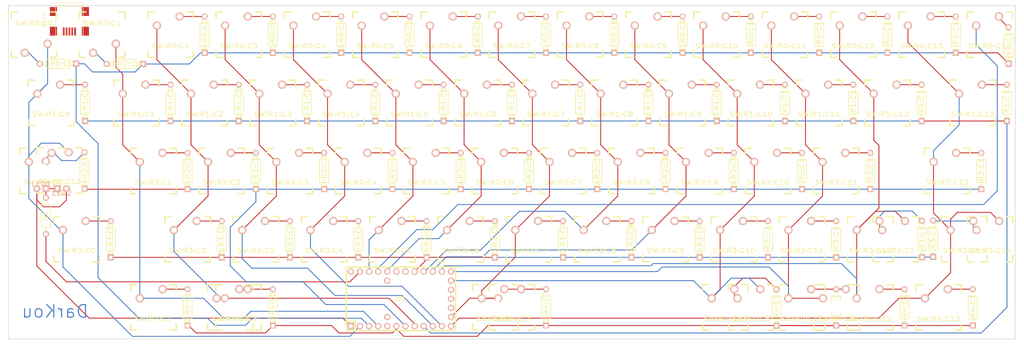
<source format=kicad_pcb>
(kicad_pcb (version 4) (host pcbnew 4.0.4+dfsg1-stable)
  (layers (0 F.Cu signal) (31 B.Cu signal) (34 B.Paste user) (35 F.Paste user) (36 B.SilkS user) (37 F.SilkS user) (38 B.Mask user) (39 F.Mask user) (44 Edge.Cuts user))
  (net 0 "")
  (net 1 "Net-(D:R0:C0-Pad1)")
  (net 2 "Net-(D:R0:C0-Pad2)")
  (net 3 "Net-(D:R0:C1-Pad1)")
  (net 4 "Net-(D:R0:C2-Pad1)")
  (net 5 "Net-(D:R0:C3-Pad1)")
  (net 6 "Net-(D:R0:C4-Pad1)")
  (net 7 "Net-(D:R0:C5-Pad1)")
  (net 8 "Net-(D:R0:C6-Pad1)")
  (net 9 "Net-(D:R0:C7-Pad1)")
  (net 10 "Net-(D:R0:C8-Pad1)")
  (net 11 "Net-(D:R0:C9-Pad1)")
  (net 12 "Net-(D:R0:C10-Pad1)")
  (net 13 "Net-(D:R0:C11-Pad1)")
  (net 14 "Net-(D:R0:C12-Pad1)")
  (net 15 "Net-(D:R0:C13-Pad1)")
  (net 16 "Net-(D:R0:C14-Pad1)")
  (net 17 "Net-(D:R1:C0-Pad1)")
  (net 18 "Net-(D:R1:C0-Pad2)")
  (net 19 "Net-(D:R1:C1-Pad1)")
  (net 20 "Net-(D:R1:C2-Pad1)")
  (net 21 "Net-(D:R1:C3-Pad1)")
  (net 22 "Net-(D:R1:C4-Pad1)")
  (net 23 "Net-(D:R1:C5-Pad1)")
  (net 24 "Net-(D:R1:C6-Pad1)")
  (net 25 "Net-(D:R1:C7-Pad1)")
  (net 26 "Net-(D:R1:C8-Pad1)")
  (net 27 "Net-(D:R1:C9-Pad1)")
  (net 28 "Net-(D:R1:C10-Pad1)")
  (net 29 "Net-(D:R1:C11-Pad1)")
  (net 30 "Net-(D:R1:C12-Pad1)")
  (net 31 "Net-(D:R1:C13-Pad1)")
  (net 32 "Net-(D:R2:C0-Pad1)")
  (net 33 "Net-(D:R2:C0-Pad2)")
  (net 34 "Net-(D:R2:C1-Pad1)")
  (net 35 "Net-(D:R2:C2-Pad1)")
  (net 36 "Net-(D:R2:C3-Pad1)")
  (net 37 "Net-(D:R2:C4-Pad1)")
  (net 38 "Net-(D:R2:C5-Pad1)")
  (net 39 "Net-(D:R2:C6-Pad1)")
  (net 40 "Net-(D:R2:C7-Pad1)")
  (net 41 "Net-(D:R2:C8-Pad1)")
  (net 42 "Net-(D:R2:C9-Pad1)")
  (net 43 "Net-(D:R2:C10-Pad1)")
  (net 44 "Net-(D:R2:C11-Pad1)")
  (net 45 "Net-(D:R2:C13-Pad1)")
  (net 46 "Net-(D:R3:C0-Pad1)")
  (net 47 "Net-(D:R3:C0-Pad2)")
  (net 48 "Net-(D:R3:C2-Pad1)")
  (net 49 "Net-(D:R3:C3-Pad1)")
  (net 50 "Net-(D:R3:C4-Pad1)")
  (net 51 "Net-(D:R3:C5-Pad1)")
  (net 52 "Net-(D:R3:C6-Pad1)")
  (net 53 "Net-(D:R3:C7-Pad1)")
  (net 54 "Net-(D:R3:C8-Pad1)")
  (net 55 "Net-(D:R3:C9-Pad1)")
  (net 56 "Net-(D:R3:C11-Pad1)")
  (net 57 "Net-(D:R3:C12-Pad1)")
  (net 58 "Net-(D:R3:C13-Pad1)")
  (net 59 "Net-(D:R3:CA1-Pad1)")
  (net 60 "Net-(D:R4:C1-Pad1)")
  (net 61 "Net-(D:R4:C1-Pad2)")
  (net 62 "Net-(D:R4:C2-Pad1)")
  (net 63 "Net-(D:R4:C7-Pad1)")
  (net 64 "Net-(D:R4:C10-Pad1)")
  (net 65 "Net-(D:R4:C11-Pad1)")
  (net 66 "Net-(D:R4:C12-Pad1)")
  (net 67 "Net-(D:R4:C13-Pad1)")
  (net 68 "Net-(SW:R0:C0-Pad2)")
  (net 69 "Net-(SW:R0:C1-Pad2)")
  (net 70 "Net-(SW:R0:C2-Pad2)")
  (net 71 "Net-(SW:R0:C3-Pad2)")
  (net 72 "Net-(SW:R0:C4-Pad2)")
  (net 73 "Net-(SW:R0:C5-Pad2)")
  (net 74 "Net-(SW:R0:C6-Pad2)")
  (net 75 "Net-(SW:R0:C7-Pad2)")
  (net 76 "Net-(SW:R0:C8-Pad2)")
  (net 77 "Net-(SW:R0:C9-Pad2)")
  (net 78 "Net-(SW:R0:C10-Pad2)")
  (net 79 "Net-(SW:R0:C11-Pad2)")
  (net 80 "Net-(SW:R0:C12-Pad2)")
  (net 81 "Net-(SW:R0:C13-Pad2)")
  (net 82 "Net-(SW:R0:C14-Pad2)")
  (net 83 "Net-(U1-Pad14)")
  (net 84 "Net-(U1-Pad16)")
  (net 85 "Net-(U1-Pad30)")
  (net 86 "Net-(U1-Pad31)")
  (net 87 "Net-(LED1-Pad1)")
  (net 88 "Net-(R1-Pad1)")
  (net 89 "Net-(LED1-Pad2)")
  (net 90 "Net-(U1-Pad5)")
  (net 91 "Net-(U1-Pad23)")
  (net 92 "Net-(U1-Pad24)")
  (net 93 "Net-(P1-Pad5)")
  (net 94 "Net-(P1-Pad1)")
  (module footprints:CHERRY_PLATE_175STEP (layer F.Cu) (at 83.34375 76.2)
    (fp_text reference SW:R2:C0 (at 0 3.175) (layer F.SilkS) (effects (font (size 1.27 1.524) (thickness 0.2032))))
    (fp_text value CTRL hide)
    (pad 1 thru_hole circle (at 2.54 -5.08) (size 2.286 2.286) (drill 1.4986) (layers *.Cu *.SilkS *.Mask) (net 32 "Net-(D:R2:C0-Pad1)"))
    (pad 2 thru_hole circle (at -3.81 -2.54) (size 2.286 2.286) (drill 1.4986) (layers *.Cu *.SilkS *.Mask) (net 68 "Net-(SW:R0:C0-Pad2)"))
    (pad HOLE np_thru_hole circle (at 0 0) (size 3.9878 3.9878) (drill 3.9878) (layers *.Cu))
  )
  (module footprints:CHERRY_PLATE_600H (layer F.Cu) (at 214.3125 114.3)
    (fp_text reference SW:R4:C7 (at 0 3.175) (layer F.SilkS) (effects (font (size 1.27 1.524) (thickness 0.2032))))
    (fp_text value SPACE hide)
    (pad 1 thru_hole circle (at 2.54 -5.08) (size 2.286 2.286) (drill 1.4986) (layers *.Cu *.SilkS *.Mask) (net 63 "Net-(D:R4:C7-Pad1)"))
    (pad 2 thru_hole circle (at -3.81 -2.54) (size 2.286 2.286) (drill 1.4986) (layers *.Cu *.SilkS *.Mask) (net 75 "Net-(SW:R0:C7-Pad2)"))
    (pad HOLE np_thru_hole circle (at 0 0) (size 3.9878 3.9878) (drill 3.9878) (layers *.Cu))
  )
  (module footprints:DIODE (layer F.Cu) (at 147.6375 114.3 270)
    (fp_text reference D:R4:C2 (at 0 0 270) (layer F.SilkS) (effects (font (size 1.27 1.524) (thickness 0.2032))))
    (fp_text value DIODE hide)
    (pad 1 thru_hole circle (at -5.08 0 270) (size 1.651 1.651) (drill 0.9906) (layers *.Cu *.SilkS *.Mask) (net 62 "Net-(D:R4:C2-Pad1)"))
    (pad 2 thru_hole rect (at 5.08 0 270) (size 1.651 1.651) (drill 0.9906) (layers *.Cu *.SilkS *.Mask) (net 61 "Net-(D:R4:C1-Pad2)"))
  )
  (module footprints:CHERRY_PLATE_225H (layer F.Cu) (at 92.86875 95.25)
    (fp_text reference SW:R3:C0 (at 0 3.175) (layer F.SilkS) (effects (font (size 1.27 1.524) (thickness 0.2032))))
    (fp_text value LSHIFT hide)
    (pad 1 thru_hole circle (at 2.54 -5.08) (size 2.286 2.286) (drill 1.4986) (layers *.Cu *.SilkS *.Mask) (net 46 "Net-(D:R3:C0-Pad1)"))
    (pad 2 thru_hole circle (at -3.81 -2.54) (size 2.286 2.286) (drill 1.4986) (layers *.Cu *.SilkS *.Mask) (net 68 "Net-(SW:R0:C0-Pad2)"))
    (pad HOLE np_thru_hole circle (at 0 0) (size 3.9878 3.9878) (drill 3.9878) (layers *.Cu))
  )
  (module footprints:DIODE (layer F.Cu) (at 342.9 114.3 270)
    (fp_text reference D:R4:C13 (at 0 0 270) (layer F.SilkS) (effects (font (size 1.27 1.524) (thickness 0.2032))))
    (fp_text value DIODE hide)
    (pad 1 thru_hole circle (at -5.08 0 270) (size 1.651 1.651) (drill 0.9906) (layers *.Cu *.SilkS *.Mask) (net 67 "Net-(D:R4:C13-Pad1)"))
    (pad 2 thru_hole rect (at 5.08 0 270) (size 1.651 1.651) (drill 0.9906) (layers *.Cu *.SilkS *.Mask) (net 61 "Net-(D:R4:C1-Pad2)"))
  )
  (module footprints:DIODE (layer F.Cu) (at 323.85 114.3 270)
    (fp_text reference D:R4:C12 (at 0 0 270) (layer F.SilkS) (effects (font (size 1.27 1.524) (thickness 0.2032))))
    (fp_text value DIODE hide)
    (pad 1 thru_hole circle (at -5.08 0 270) (size 1.651 1.651) (drill 0.9906) (layers *.Cu *.SilkS *.Mask) (net 66 "Net-(D:R4:C12-Pad1)"))
    (pad 2 thru_hole rect (at 5.08 0 270) (size 1.651 1.651) (drill 0.9906) (layers *.Cu *.SilkS *.Mask) (net 61 "Net-(D:R4:C1-Pad2)"))
  )
  (module footprints:DIODE (layer F.Cu) (at 304.8 114.3 270)
    (fp_text reference D:R4:C11 (at 0 0 270) (layer F.SilkS) (effects (font (size 1.27 1.524) (thickness 0.2032))))
    (fp_text value DIODE hide)
    (pad 1 thru_hole circle (at -5.08 0 270) (size 1.651 1.651) (drill 0.9906) (layers *.Cu *.SilkS *.Mask) (net 65 "Net-(D:R4:C11-Pad1)"))
    (pad 2 thru_hole rect (at 5.08 0 270) (size 1.651 1.651) (drill 0.9906) (layers *.Cu *.SilkS *.Mask) (net 61 "Net-(D:R4:C1-Pad2)"))
  )
  (module footprints:DIODE (layer F.Cu) (at 288.13125 114.33125 270)
    (fp_text reference D:R4:C10 (at 0 0 270) (layer F.SilkS) (effects (font (size 1.27 1.524) (thickness 0.2032))))
    (fp_text value DIODE hide)
    (pad 1 thru_hole circle (at -5.08 0 270) (size 1.651 1.651) (drill 0.9906) (layers *.Cu *.SilkS *.Mask) (net 64 "Net-(D:R4:C10-Pad1)"))
    (pad 2 thru_hole rect (at 5.08 0 270) (size 1.651 1.651) (drill 0.9906) (layers *.Cu *.SilkS *.Mask) (net 61 "Net-(D:R4:C1-Pad2)"))
  )
  (module footprints:DIODE (layer F.Cu) (at 223.8375 114.3 270)
    (fp_text reference D:R4:C7 (at 0 0 270) (layer F.SilkS) (effects (font (size 1.27 1.524) (thickness 0.2032))))
    (fp_text value DIODE hide)
    (pad 1 thru_hole circle (at -5.08 0 270) (size 1.651 1.651) (drill 0.9906) (layers *.Cu *.SilkS *.Mask) (net 63 "Net-(D:R4:C7-Pad1)"))
    (pad 2 thru_hole rect (at 5.08 0 270) (size 1.651 1.651) (drill 0.9906) (layers *.Cu *.SilkS *.Mask) (net 61 "Net-(D:R4:C1-Pad2)"))
  )
  (module footprints:DIODE (layer F.Cu) (at 123.825 114.3 270)
    (fp_text reference D:R4:C1 (at 0 0 270) (layer F.SilkS) (effects (font (size 1.27 1.524) (thickness 0.2032))))
    (fp_text value DIODE hide)
    (pad 1 thru_hole circle (at -5.08 0 270) (size 1.651 1.651) (drill 0.9906) (layers *.Cu *.SilkS *.Mask) (net 60 "Net-(D:R4:C1-Pad1)"))
    (pad 2 thru_hole rect (at 5.08 0 270) (size 1.651 1.651) (drill 0.9906) (layers *.Cu *.SilkS *.Mask) (net 61 "Net-(D:R4:C1-Pad2)"))
  )
  (module footprints:DIODE (layer F.Cu) (at 285.75 95.25 270)
    (fp_text reference D:R3:CA1 (at 0 0 270) (layer F.SilkS) (effects (font (size 1.27 1.524) (thickness 0.2032))))
    (fp_text value DIODE hide)
    (pad 1 thru_hole circle (at -5.08 0 270) (size 1.651 1.651) (drill 0.9906) (layers *.Cu *.SilkS *.Mask) (net 59 "Net-(D:R3:CA1-Pad1)"))
    (pad 2 thru_hole rect (at 5.08 0 270) (size 1.651 1.651) (drill 0.9906) (layers *.Cu *.SilkS *.Mask) (net 47 "Net-(D:R3:C0-Pad2)"))
  )
  (module footprints:DIODE (layer F.Cu) (at 331.83125 95.10625 270)
    (fp_text reference D:R3:C13 (at 0 0 270) (layer F.SilkS) (effects (font (size 1.27 1.524) (thickness 0.2032))))
    (fp_text value DIODE hide)
    (pad 1 thru_hole circle (at -5.08 0 270) (size 1.651 1.651) (drill 0.9906) (layers *.Cu *.SilkS *.Mask) (net 58 "Net-(D:R3:C13-Pad1)"))
    (pad 2 thru_hole rect (at 5.08 0 270) (size 1.651 1.651) (drill 0.9906) (layers *.Cu *.SilkS *.Mask) (net 47 "Net-(D:R3:C0-Pad2)"))
  )
  (module footprints:DIODE (layer F.Cu) (at 328.75625 95.20625 270)
    (fp_text reference D:R3:C12 (at 0 0 270) (layer F.SilkS) (effects (font (size 1.27 1.524) (thickness 0.2032))))
    (fp_text value DIODE hide)
    (pad 1 thru_hole circle (at -5.08 0 270) (size 1.651 1.651) (drill 0.9906) (layers *.Cu *.SilkS *.Mask) (net 57 "Net-(D:R3:C12-Pad1)"))
    (pad 2 thru_hole rect (at 5.08 0 270) (size 1.651 1.651) (drill 0.9906) (layers *.Cu *.SilkS *.Mask) (net 47 "Net-(D:R3:C0-Pad2)"))
  )
  (module footprints:DIODE (layer F.Cu) (at 304.8 95.25 270)
    (fp_text reference D:R3:C11 (at 0 0 270) (layer F.SilkS) (effects (font (size 1.27 1.524) (thickness 0.2032))))
    (fp_text value DIODE hide)
    (pad 1 thru_hole circle (at -5.08 0 270) (size 1.651 1.651) (drill 0.9906) (layers *.Cu *.SilkS *.Mask) (net 56 "Net-(D:R3:C11-Pad1)"))
    (pad 2 thru_hole rect (at 5.08 0 270) (size 1.651 1.651) (drill 0.9906) (layers *.Cu *.SilkS *.Mask) (net 47 "Net-(D:R3:C0-Pad2)"))
  )
  (module footprints:DIODE (layer F.Cu) (at 266.7 95.25 270)
    (fp_text reference D:R3:C9 (at 0 0 270) (layer F.SilkS) (effects (font (size 1.27 1.524) (thickness 0.2032))))
    (fp_text value DIODE hide)
    (pad 1 thru_hole circle (at -5.08 0 270) (size 1.651 1.651) (drill 0.9906) (layers *.Cu *.SilkS *.Mask) (net 55 "Net-(D:R3:C9-Pad1)"))
    (pad 2 thru_hole rect (at 5.08 0 270) (size 1.651 1.651) (drill 0.9906) (layers *.Cu *.SilkS *.Mask) (net 47 "Net-(D:R3:C0-Pad2)"))
  )
  (module footprints:DIODE (layer F.Cu) (at 247.65 95.25 270)
    (fp_text reference D:R3:C8 (at 0 0 270) (layer F.SilkS) (effects (font (size 1.27 1.524) (thickness 0.2032))))
    (fp_text value DIODE hide)
    (pad 1 thru_hole circle (at -5.08 0 270) (size 1.651 1.651) (drill 0.9906) (layers *.Cu *.SilkS *.Mask) (net 54 "Net-(D:R3:C8-Pad1)"))
    (pad 2 thru_hole rect (at 5.08 0 270) (size 1.651 1.651) (drill 0.9906) (layers *.Cu *.SilkS *.Mask) (net 47 "Net-(D:R3:C0-Pad2)"))
  )
  (module footprints:DIODE (layer F.Cu) (at 228.6 95.25 270)
    (fp_text reference D:R3:C7 (at 0 0 270) (layer F.SilkS) (effects (font (size 1.27 1.524) (thickness 0.2032))))
    (fp_text value DIODE hide)
    (pad 1 thru_hole circle (at -5.08 0 270) (size 1.651 1.651) (drill 0.9906) (layers *.Cu *.SilkS *.Mask) (net 53 "Net-(D:R3:C7-Pad1)"))
    (pad 2 thru_hole rect (at 5.08 0 270) (size 1.651 1.651) (drill 0.9906) (layers *.Cu *.SilkS *.Mask) (net 47 "Net-(D:R3:C0-Pad2)"))
  )
  (module footprints:DIODE (layer F.Cu) (at 209.55 95.25 270)
    (fp_text reference D:R3:C6 (at 0 0 270) (layer F.SilkS) (effects (font (size 1.27 1.524) (thickness 0.2032))))
    (fp_text value DIODE hide)
    (pad 1 thru_hole circle (at -5.08 0 270) (size 1.651 1.651) (drill 0.9906) (layers *.Cu *.SilkS *.Mask) (net 52 "Net-(D:R3:C6-Pad1)"))
    (pad 2 thru_hole rect (at 5.08 0 270) (size 1.651 1.651) (drill 0.9906) (layers *.Cu *.SilkS *.Mask) (net 47 "Net-(D:R3:C0-Pad2)"))
  )
  (module footprints:DIODE (layer F.Cu) (at 190.5 95.25 270)
    (fp_text reference D:R3:C5 (at 0 0 270) (layer F.SilkS) (effects (font (size 1.27 1.524) (thickness 0.2032))))
    (fp_text value DIODE hide)
    (pad 1 thru_hole circle (at -5.08 0 270) (size 1.651 1.651) (drill 0.9906) (layers *.Cu *.SilkS *.Mask) (net 51 "Net-(D:R3:C5-Pad1)"))
    (pad 2 thru_hole rect (at 5.08 0 270) (size 1.651 1.651) (drill 0.9906) (layers *.Cu *.SilkS *.Mask) (net 47 "Net-(D:R3:C0-Pad2)"))
  )
  (module footprints:DIODE (layer F.Cu) (at 171.45 95.25 270)
    (fp_text reference D:R3:C4 (at 0 0 270) (layer F.SilkS) (effects (font (size 1.27 1.524) (thickness 0.2032))))
    (fp_text value DIODE hide)
    (pad 1 thru_hole circle (at -5.08 0 270) (size 1.651 1.651) (drill 0.9906) (layers *.Cu *.SilkS *.Mask) (net 50 "Net-(D:R3:C4-Pad1)"))
    (pad 2 thru_hole rect (at 5.08 0 270) (size 1.651 1.651) (drill 0.9906) (layers *.Cu *.SilkS *.Mask) (net 47 "Net-(D:R3:C0-Pad2)"))
  )
  (module footprints:DIODE (layer F.Cu) (at 152.4 95.25 270)
    (fp_text reference D:R3:C3 (at 0 0 270) (layer F.SilkS) (effects (font (size 1.27 1.524) (thickness 0.2032))))
    (fp_text value DIODE hide)
    (pad 1 thru_hole circle (at -5.08 0 270) (size 1.651 1.651) (drill 0.9906) (layers *.Cu *.SilkS *.Mask) (net 49 "Net-(D:R3:C3-Pad1)"))
    (pad 2 thru_hole rect (at 5.08 0 270) (size 1.651 1.651) (drill 0.9906) (layers *.Cu *.SilkS *.Mask) (net 47 "Net-(D:R3:C0-Pad2)"))
  )
  (module footprints:DIODE (layer F.Cu) (at 133.35 95.25 270)
    (fp_text reference D:R3:C2 (at 0 0 270) (layer F.SilkS) (effects (font (size 1.27 1.524) (thickness 0.2032))))
    (fp_text value DIODE hide)
    (pad 1 thru_hole circle (at -5.08 0 270) (size 1.651 1.651) (drill 0.9906) (layers *.Cu *.SilkS *.Mask) (net 48 "Net-(D:R3:C2-Pad1)"))
    (pad 2 thru_hole rect (at 5.08 0 270) (size 1.651 1.651) (drill 0.9906) (layers *.Cu *.SilkS *.Mask) (net 47 "Net-(D:R3:C0-Pad2)"))
  )
  (module footprints:DIODE (layer F.Cu) (at 102.39375 95.25 270)
    (fp_text reference D:R3:C0 (at 0 0 270) (layer F.SilkS) (effects (font (size 1.27 1.524) (thickness 0.2032))))
    (fp_text value DIODE hide)
    (pad 1 thru_hole circle (at -5.08 0 270) (size 1.651 1.651) (drill 0.9906) (layers *.Cu *.SilkS *.Mask) (net 46 "Net-(D:R3:C0-Pad1)"))
    (pad 2 thru_hole rect (at 5.08 0 270) (size 1.651 1.651) (drill 0.9906) (layers *.Cu *.SilkS *.Mask) (net 47 "Net-(D:R3:C0-Pad2)"))
  )
  (module footprints:DIODE (layer F.Cu) (at 345.28125 76.2 270)
    (fp_text reference D:R2:C13 (at 0 0 270) (layer F.SilkS) (effects (font (size 1.27 1.524) (thickness 0.2032))))
    (fp_text value DIODE hide)
    (pad 1 thru_hole circle (at -5.08 0 270) (size 1.651 1.651) (drill 0.9906) (layers *.Cu *.SilkS *.Mask) (net 45 "Net-(D:R2:C13-Pad1)"))
    (pad 2 thru_hole rect (at 5.08 0 270) (size 1.651 1.651) (drill 0.9906) (layers *.Cu *.SilkS *.Mask) (net 33 "Net-(D:R2:C0-Pad2)"))
  )
  (module footprints:DIODE (layer F.Cu) (at 314.325 76.2 270)
    (fp_text reference D:R2:C11 (at 0 0 270) (layer F.SilkS) (effects (font (size 1.27 1.524) (thickness 0.2032))))
    (fp_text value DIODE hide)
    (pad 1 thru_hole circle (at -5.08 0 270) (size 1.651 1.651) (drill 0.9906) (layers *.Cu *.SilkS *.Mask) (net 44 "Net-(D:R2:C11-Pad1)"))
    (pad 2 thru_hole rect (at 5.08 0 270) (size 1.651 1.651) (drill 0.9906) (layers *.Cu *.SilkS *.Mask) (net 33 "Net-(D:R2:C0-Pad2)"))
  )
  (module footprints:DIODE (layer F.Cu) (at 295.275 76.2 270)
    (fp_text reference D:R2:C10 (at 0 0 270) (layer F.SilkS) (effects (font (size 1.27 1.524) (thickness 0.2032))))
    (fp_text value DIODE hide)
    (pad 1 thru_hole circle (at -5.08 0 270) (size 1.651 1.651) (drill 0.9906) (layers *.Cu *.SilkS *.Mask) (net 43 "Net-(D:R2:C10-Pad1)"))
    (pad 2 thru_hole rect (at 5.08 0 270) (size 1.651 1.651) (drill 0.9906) (layers *.Cu *.SilkS *.Mask) (net 33 "Net-(D:R2:C0-Pad2)"))
  )
  (module footprints:DIODE (layer F.Cu) (at 276.225 76.2 270)
    (fp_text reference D:R2:C9 (at 0 0 270) (layer F.SilkS) (effects (font (size 1.27 1.524) (thickness 0.2032))))
    (fp_text value DIODE hide)
    (pad 1 thru_hole circle (at -5.08 0 270) (size 1.651 1.651) (drill 0.9906) (layers *.Cu *.SilkS *.Mask) (net 42 "Net-(D:R2:C9-Pad1)"))
    (pad 2 thru_hole rect (at 5.08 0 270) (size 1.651 1.651) (drill 0.9906) (layers *.Cu *.SilkS *.Mask) (net 33 "Net-(D:R2:C0-Pad2)"))
  )
  (module footprints:DIODE (layer F.Cu) (at 257.175 76.2 270)
    (fp_text reference D:R2:C8 (at 0 0 270) (layer F.SilkS) (effects (font (size 1.27 1.524) (thickness 0.2032))))
    (fp_text value DIODE hide)
    (pad 1 thru_hole circle (at -5.08 0 270) (size 1.651 1.651) (drill 0.9906) (layers *.Cu *.SilkS *.Mask) (net 41 "Net-(D:R2:C8-Pad1)"))
    (pad 2 thru_hole rect (at 5.08 0 270) (size 1.651 1.651) (drill 0.9906) (layers *.Cu *.SilkS *.Mask) (net 33 "Net-(D:R2:C0-Pad2)"))
  )
  (module footprints:DIODE (layer F.Cu) (at 238.125 76.2 270)
    (fp_text reference D:R2:C7 (at 0 0 270) (layer F.SilkS) (effects (font (size 1.27 1.524) (thickness 0.2032))))
    (fp_text value DIODE hide)
    (pad 1 thru_hole circle (at -5.08 0 270) (size 1.651 1.651) (drill 0.9906) (layers *.Cu *.SilkS *.Mask) (net 40 "Net-(D:R2:C7-Pad1)"))
    (pad 2 thru_hole rect (at 5.08 0 270) (size 1.651 1.651) (drill 0.9906) (layers *.Cu *.SilkS *.Mask) (net 33 "Net-(D:R2:C0-Pad2)"))
  )
  (module footprints:DIODE (layer F.Cu) (at 219.075 76.2 270)
    (fp_text reference D:R2:C6 (at 0 0 270) (layer F.SilkS) (effects (font (size 1.27 1.524) (thickness 0.2032))))
    (fp_text value DIODE hide)
    (pad 1 thru_hole circle (at -5.08 0 270) (size 1.651 1.651) (drill 0.9906) (layers *.Cu *.SilkS *.Mask) (net 39 "Net-(D:R2:C6-Pad1)"))
    (pad 2 thru_hole rect (at 5.08 0 270) (size 1.651 1.651) (drill 0.9906) (layers *.Cu *.SilkS *.Mask) (net 33 "Net-(D:R2:C0-Pad2)"))
  )
  (module footprints:DIODE (layer F.Cu) (at 200.025 76.2 270)
    (fp_text reference D:R2:C5 (at 0 0 270) (layer F.SilkS) (effects (font (size 1.27 1.524) (thickness 0.2032))))
    (fp_text value DIODE hide)
    (pad 1 thru_hole circle (at -5.08 0 270) (size 1.651 1.651) (drill 0.9906) (layers *.Cu *.SilkS *.Mask) (net 38 "Net-(D:R2:C5-Pad1)"))
    (pad 2 thru_hole rect (at 5.08 0 270) (size 1.651 1.651) (drill 0.9906) (layers *.Cu *.SilkS *.Mask) (net 33 "Net-(D:R2:C0-Pad2)"))
  )
  (module footprints:DIODE (layer F.Cu) (at 180.975 76.2 270)
    (fp_text reference D:R2:C4 (at 0 0 270) (layer F.SilkS) (effects (font (size 1.27 1.524) (thickness 0.2032))))
    (fp_text value DIODE hide)
    (pad 1 thru_hole circle (at -5.08 0 270) (size 1.651 1.651) (drill 0.9906) (layers *.Cu *.SilkS *.Mask) (net 37 "Net-(D:R2:C4-Pad1)"))
    (pad 2 thru_hole rect (at 5.08 0 270) (size 1.651 1.651) (drill 0.9906) (layers *.Cu *.SilkS *.Mask) (net 33 "Net-(D:R2:C0-Pad2)"))
  )
  (module footprints:DIODE (layer F.Cu) (at 161.925 76.2 270)
    (fp_text reference D:R2:C3 (at 0 0 270) (layer F.SilkS) (effects (font (size 1.27 1.524) (thickness 0.2032))))
    (fp_text value DIODE hide)
    (pad 1 thru_hole circle (at -5.08 0 270) (size 1.651 1.651) (drill 0.9906) (layers *.Cu *.SilkS *.Mask) (net 36 "Net-(D:R2:C3-Pad1)"))
    (pad 2 thru_hole rect (at 5.08 0 270) (size 1.651 1.651) (drill 0.9906) (layers *.Cu *.SilkS *.Mask) (net 33 "Net-(D:R2:C0-Pad2)"))
  )
  (module footprints:DIODE (layer F.Cu) (at 142.875 76.2 270)
    (fp_text reference D:R2:C2 (at 0 0 270) (layer F.SilkS) (effects (font (size 1.27 1.524) (thickness 0.2032))))
    (fp_text value DIODE hide)
    (pad 1 thru_hole circle (at -5.08 0 270) (size 1.651 1.651) (drill 0.9906) (layers *.Cu *.SilkS *.Mask) (net 35 "Net-(D:R2:C2-Pad1)"))
    (pad 2 thru_hole rect (at 5.08 0 270) (size 1.651 1.651) (drill 0.9906) (layers *.Cu *.SilkS *.Mask) (net 33 "Net-(D:R2:C0-Pad2)"))
  )
  (module footprints:DIODE (layer F.Cu) (at 123.825 76.2 270)
    (fp_text reference D:R2:C1 (at 0 0 270) (layer F.SilkS) (effects (font (size 1.27 1.524) (thickness 0.2032))))
    (fp_text value DIODE hide)
    (pad 1 thru_hole circle (at -5.08 0 270) (size 1.651 1.651) (drill 0.9906) (layers *.Cu *.SilkS *.Mask) (net 34 "Net-(D:R2:C1-Pad1)"))
    (pad 2 thru_hole rect (at 5.08 0 270) (size 1.651 1.651) (drill 0.9906) (layers *.Cu *.SilkS *.Mask) (net 33 "Net-(D:R2:C0-Pad2)"))
  )
  (module footprints:DIODE (layer F.Cu) (at 95.09125 76.04125 270)
    (fp_text reference D:R2:C0 (at 0 0 270) (layer F.SilkS) (effects (font (size 1.27 1.524) (thickness 0.2032))))
    (fp_text value DIODE hide)
    (pad 1 thru_hole circle (at -5.08 0 270) (size 1.651 1.651) (drill 0.9906) (layers *.Cu *.SilkS *.Mask) (net 32 "Net-(D:R2:C0-Pad1)"))
    (pad 2 thru_hole rect (at 5.08 0 270) (size 1.651 1.651) (drill 0.9906) (layers *.Cu *.SilkS *.Mask) (net 33 "Net-(D:R2:C0-Pad2)"))
  )
  (module footprints:DIODE (layer F.Cu) (at 352.425 57.15 270)
    (fp_text reference D:R1:C13 (at 0 0 270) (layer F.SilkS) (effects (font (size 1.27 1.524) (thickness 0.2032))))
    (fp_text value DIODE hide)
    (pad 1 thru_hole circle (at -5.08 0 270) (size 1.651 1.651) (drill 0.9906) (layers *.Cu *.SilkS *.Mask) (net 31 "Net-(D:R1:C13-Pad1)"))
    (pad 2 thru_hole rect (at 5.08 0 270) (size 1.651 1.651) (drill 0.9906) (layers *.Cu *.SilkS *.Mask) (net 18 "Net-(D:R1:C0-Pad2)"))
  )
  (module footprints:DIODE (layer F.Cu) (at 328.6125 57.15 270)
    (fp_text reference D:R1:C12 (at 0 0 270) (layer F.SilkS) (effects (font (size 1.27 1.524) (thickness 0.2032))))
    (fp_text value DIODE hide)
    (pad 1 thru_hole circle (at -5.08 0 270) (size 1.651 1.651) (drill 0.9906) (layers *.Cu *.SilkS *.Mask) (net 30 "Net-(D:R1:C12-Pad1)"))
    (pad 2 thru_hole rect (at 5.08 0 270) (size 1.651 1.651) (drill 0.9906) (layers *.Cu *.SilkS *.Mask) (net 18 "Net-(D:R1:C0-Pad2)"))
  )
  (module footprints:DIODE (layer F.Cu) (at 309.5625 57.15 270)
    (fp_text reference D:R1:C11 (at 0 0 270) (layer F.SilkS) (effects (font (size 1.27 1.524) (thickness 0.2032))))
    (fp_text value DIODE hide)
    (pad 1 thru_hole circle (at -5.08 0 270) (size 1.651 1.651) (drill 0.9906) (layers *.Cu *.SilkS *.Mask) (net 29 "Net-(D:R1:C11-Pad1)"))
    (pad 2 thru_hole rect (at 5.08 0 270) (size 1.651 1.651) (drill 0.9906) (layers *.Cu *.SilkS *.Mask) (net 18 "Net-(D:R1:C0-Pad2)"))
  )
  (module footprints:DIODE (layer F.Cu) (at 290.5125 57.15 270)
    (fp_text reference D:R1:C10 (at 0 0 270) (layer F.SilkS) (effects (font (size 1.27 1.524) (thickness 0.2032))))
    (fp_text value DIODE hide)
    (pad 1 thru_hole circle (at -5.08 0 270) (size 1.651 1.651) (drill 0.9906) (layers *.Cu *.SilkS *.Mask) (net 28 "Net-(D:R1:C10-Pad1)"))
    (pad 2 thru_hole rect (at 5.08 0 270) (size 1.651 1.651) (drill 0.9906) (layers *.Cu *.SilkS *.Mask) (net 18 "Net-(D:R1:C0-Pad2)"))
  )
  (module footprints:DIODE (layer F.Cu) (at 271.4625 57.15 270)
    (fp_text reference D:R1:C9 (at 0 0 270) (layer F.SilkS) (effects (font (size 1.27 1.524) (thickness 0.2032))))
    (fp_text value DIODE hide)
    (pad 1 thru_hole circle (at -5.08 0 270) (size 1.651 1.651) (drill 0.9906) (layers *.Cu *.SilkS *.Mask) (net 27 "Net-(D:R1:C9-Pad1)"))
    (pad 2 thru_hole rect (at 5.08 0 270) (size 1.651 1.651) (drill 0.9906) (layers *.Cu *.SilkS *.Mask) (net 18 "Net-(D:R1:C0-Pad2)"))
  )
  (module footprints:DIODE (layer F.Cu) (at 252.4125 57.15 270)
    (fp_text reference D:R1:C8 (at 0 0 270) (layer F.SilkS) (effects (font (size 1.27 1.524) (thickness 0.2032))))
    (fp_text value DIODE hide)
    (pad 1 thru_hole circle (at -5.08 0 270) (size 1.651 1.651) (drill 0.9906) (layers *.Cu *.SilkS *.Mask) (net 26 "Net-(D:R1:C8-Pad1)"))
    (pad 2 thru_hole rect (at 5.08 0 270) (size 1.651 1.651) (drill 0.9906) (layers *.Cu *.SilkS *.Mask) (net 18 "Net-(D:R1:C0-Pad2)"))
  )
  (module footprints:DIODE (layer F.Cu) (at 233.3625 57.15 270)
    (fp_text reference D:R1:C7 (at 0 0 270) (layer F.SilkS) (effects (font (size 1.27 1.524) (thickness 0.2032))))
    (fp_text value DIODE hide)
    (pad 1 thru_hole circle (at -5.08 0 270) (size 1.651 1.651) (drill 0.9906) (layers *.Cu *.SilkS *.Mask) (net 25 "Net-(D:R1:C7-Pad1)"))
    (pad 2 thru_hole rect (at 5.08 0 270) (size 1.651 1.651) (drill 0.9906) (layers *.Cu *.SilkS *.Mask) (net 18 "Net-(D:R1:C0-Pad2)"))
  )
  (module footprints:DIODE (layer F.Cu) (at 214.3125 57.15 270)
    (fp_text reference D:R1:C6 (at 0 0 270) (layer F.SilkS) (effects (font (size 1.27 1.524) (thickness 0.2032))))
    (fp_text value DIODE hide)
    (pad 1 thru_hole circle (at -5.08 0 270) (size 1.651 1.651) (drill 0.9906) (layers *.Cu *.SilkS *.Mask) (net 24 "Net-(D:R1:C6-Pad1)"))
    (pad 2 thru_hole rect (at 5.08 0 270) (size 1.651 1.651) (drill 0.9906) (layers *.Cu *.SilkS *.Mask) (net 18 "Net-(D:R1:C0-Pad2)"))
  )
  (module footprints:DIODE (layer F.Cu) (at 195.2625 57.15 270)
    (fp_text reference D:R1:C5 (at 0 0 270) (layer F.SilkS) (effects (font (size 1.27 1.524) (thickness 0.2032))))
    (fp_text value DIODE hide)
    (pad 1 thru_hole circle (at -5.08 0 270) (size 1.651 1.651) (drill 0.9906) (layers *.Cu *.SilkS *.Mask) (net 23 "Net-(D:R1:C5-Pad1)"))
    (pad 2 thru_hole rect (at 5.08 0 270) (size 1.651 1.651) (drill 0.9906) (layers *.Cu *.SilkS *.Mask) (net 18 "Net-(D:R1:C0-Pad2)"))
  )
  (module footprints:DIODE (layer F.Cu) (at 176.2125 57.15 270)
    (fp_text reference D:R1:C4 (at 0 0 270) (layer F.SilkS) (effects (font (size 1.27 1.524) (thickness 0.2032))))
    (fp_text value DIODE hide)
    (pad 1 thru_hole circle (at -5.08 0 270) (size 1.651 1.651) (drill 0.9906) (layers *.Cu *.SilkS *.Mask) (net 22 "Net-(D:R1:C4-Pad1)"))
    (pad 2 thru_hole rect (at 5.08 0 270) (size 1.651 1.651) (drill 0.9906) (layers *.Cu *.SilkS *.Mask) (net 18 "Net-(D:R1:C0-Pad2)"))
  )
  (module footprints:DIODE (layer F.Cu) (at 157.1625 57.15 270)
    (fp_text reference D:R1:C3 (at 0 0 270) (layer F.SilkS) (effects (font (size 1.27 1.524) (thickness 0.2032))))
    (fp_text value DIODE hide)
    (pad 1 thru_hole circle (at -5.08 0 270) (size 1.651 1.651) (drill 0.9906) (layers *.Cu *.SilkS *.Mask) (net 21 "Net-(D:R1:C3-Pad1)"))
    (pad 2 thru_hole rect (at 5.08 0 270) (size 1.651 1.651) (drill 0.9906) (layers *.Cu *.SilkS *.Mask) (net 18 "Net-(D:R1:C0-Pad2)"))
  )
  (module footprints:DIODE (layer F.Cu) (at 138.1125 57.15 270)
    (fp_text reference D:R1:C2 (at 0 0 270) (layer F.SilkS) (effects (font (size 1.27 1.524) (thickness 0.2032))))
    (fp_text value DIODE hide)
    (pad 1 thru_hole circle (at -5.08 0 270) (size 1.651 1.651) (drill 0.9906) (layers *.Cu *.SilkS *.Mask) (net 20 "Net-(D:R1:C2-Pad1)"))
    (pad 2 thru_hole rect (at 5.08 0 270) (size 1.651 1.651) (drill 0.9906) (layers *.Cu *.SilkS *.Mask) (net 18 "Net-(D:R1:C0-Pad2)"))
  )
  (module footprints:DIODE (layer F.Cu) (at 119.0625 57.15 270)
    (fp_text reference D:R1:C1 (at 0 0 270) (layer F.SilkS) (effects (font (size 1.27 1.524) (thickness 0.2032))))
    (fp_text value DIODE hide)
    (pad 1 thru_hole circle (at -5.08 0 270) (size 1.651 1.651) (drill 0.9906) (layers *.Cu *.SilkS *.Mask) (net 19 "Net-(D:R1:C1-Pad1)"))
    (pad 2 thru_hole rect (at 5.08 0 270) (size 1.651 1.651) (drill 0.9906) (layers *.Cu *.SilkS *.Mask) (net 18 "Net-(D:R1:C0-Pad2)"))
  )
  (module footprints:DIODE (layer F.Cu) (at 95.25 57.15 270)
    (fp_text reference D:R1:C0 (at 0 0 270) (layer F.SilkS) (effects (font (size 1.27 1.524) (thickness 0.2032))))
    (fp_text value DIODE hide)
    (pad 1 thru_hole circle (at -5.08 0 270) (size 1.651 1.651) (drill 0.9906) (layers *.Cu *.SilkS *.Mask) (net 17 "Net-(D:R1:C0-Pad1)"))
    (pad 2 thru_hole rect (at 5.08 0 270) (size 1.651 1.651) (drill 0.9906) (layers *.Cu *.SilkS *.Mask) (net 18 "Net-(D:R1:C0-Pad2)"))
  )
  (module footprints:DIODE (layer F.Cu) (at 352.90125 41.11625 270)
    (fp_text reference D:R0:C14 (at 0 0 270) (layer F.SilkS) (effects (font (size 1.27 1.524) (thickness 0.2032))))
    (fp_text value DIODE hide)
    (pad 1 thru_hole circle (at -5.08 0 270) (size 1.651 1.651) (drill 0.9906) (layers *.Cu *.SilkS *.Mask) (net 16 "Net-(D:R0:C14-Pad1)"))
    (pad 2 thru_hole rect (at 5.08 0 270) (size 1.651 1.651) (drill 0.9906) (layers *.Cu *.SilkS *.Mask) (net 2 "Net-(D:R0:C0-Pad2)"))
  )
  (module footprints:DIODE (layer F.Cu) (at 338.1375 38.1 270)
    (fp_text reference D:R0:C13 (at 0 0 270) (layer F.SilkS) (effects (font (size 1.27 1.524) (thickness 0.2032))))
    (fp_text value DIODE hide)
    (pad 1 thru_hole circle (at -5.08 0 270) (size 1.651 1.651) (drill 0.9906) (layers *.Cu *.SilkS *.Mask) (net 15 "Net-(D:R0:C13-Pad1)"))
    (pad 2 thru_hole rect (at 5.08 0 270) (size 1.651 1.651) (drill 0.9906) (layers *.Cu *.SilkS *.Mask) (net 2 "Net-(D:R0:C0-Pad2)"))
  )
  (module footprints:DIODE (layer F.Cu) (at 319.0875 38.1 270)
    (fp_text reference D:R0:C12 (at 0 0 270) (layer F.SilkS) (effects (font (size 1.27 1.524) (thickness 0.2032))))
    (fp_text value DIODE hide)
    (pad 1 thru_hole circle (at -5.08 0 270) (size 1.651 1.651) (drill 0.9906) (layers *.Cu *.SilkS *.Mask) (net 14 "Net-(D:R0:C12-Pad1)"))
    (pad 2 thru_hole rect (at 5.08 0 270) (size 1.651 1.651) (drill 0.9906) (layers *.Cu *.SilkS *.Mask) (net 2 "Net-(D:R0:C0-Pad2)"))
  )
  (module footprints:DIODE (layer F.Cu) (at 300.0375 38.1 270)
    (fp_text reference D:R0:C11 (at 0 0 270) (layer F.SilkS) (effects (font (size 1.27 1.524) (thickness 0.2032))))
    (fp_text value DIODE hide)
    (pad 1 thru_hole circle (at -5.08 0 270) (size 1.651 1.651) (drill 0.9906) (layers *.Cu *.SilkS *.Mask) (net 13 "Net-(D:R0:C11-Pad1)"))
    (pad 2 thru_hole rect (at 5.08 0 270) (size 1.651 1.651) (drill 0.9906) (layers *.Cu *.SilkS *.Mask) (net 2 "Net-(D:R0:C0-Pad2)"))
  )
  (module footprints:DIODE (layer F.Cu) (at 280.9875 38.1 270)
    (fp_text reference D:R0:C10 (at 0 0 270) (layer F.SilkS) (effects (font (size 1.27 1.524) (thickness 0.2032))))
    (fp_text value DIODE hide)
    (pad 1 thru_hole circle (at -5.08 0 270) (size 1.651 1.651) (drill 0.9906) (layers *.Cu *.SilkS *.Mask) (net 12 "Net-(D:R0:C10-Pad1)"))
    (pad 2 thru_hole rect (at 5.08 0 270) (size 1.651 1.651) (drill 0.9906) (layers *.Cu *.SilkS *.Mask) (net 2 "Net-(D:R0:C0-Pad2)"))
  )
  (module footprints:DIODE (layer F.Cu) (at 261.9375 38.1 270)
    (fp_text reference D:R0:C9 (at 0 0 270) (layer F.SilkS) (effects (font (size 1.27 1.524) (thickness 0.2032))))
    (fp_text value DIODE hide)
    (pad 1 thru_hole circle (at -5.08 0 270) (size 1.651 1.651) (drill 0.9906) (layers *.Cu *.SilkS *.Mask) (net 11 "Net-(D:R0:C9-Pad1)"))
    (pad 2 thru_hole rect (at 5.08 0 270) (size 1.651 1.651) (drill 0.9906) (layers *.Cu *.SilkS *.Mask) (net 2 "Net-(D:R0:C0-Pad2)"))
  )
  (module footprints:DIODE (layer F.Cu) (at 242.8875 38.1 270)
    (fp_text reference D:R0:C8 (at 0 0 270) (layer F.SilkS) (effects (font (size 1.27 1.524) (thickness 0.2032))))
    (fp_text value DIODE hide)
    (pad 1 thru_hole circle (at -5.08 0 270) (size 1.651 1.651) (drill 0.9906) (layers *.Cu *.SilkS *.Mask) (net 10 "Net-(D:R0:C8-Pad1)"))
    (pad 2 thru_hole rect (at 5.08 0 270) (size 1.651 1.651) (drill 0.9906) (layers *.Cu *.SilkS *.Mask) (net 2 "Net-(D:R0:C0-Pad2)"))
  )
  (module footprints:DIODE (layer F.Cu) (at 223.8375 38.1 270)
    (fp_text reference D:R0:C7 (at 0 0 270) (layer F.SilkS) (effects (font (size 1.27 1.524) (thickness 0.2032))))
    (fp_text value DIODE hide)
    (pad 1 thru_hole circle (at -5.08 0 270) (size 1.651 1.651) (drill 0.9906) (layers *.Cu *.SilkS *.Mask) (net 9 "Net-(D:R0:C7-Pad1)"))
    (pad 2 thru_hole rect (at 5.08 0 270) (size 1.651 1.651) (drill 0.9906) (layers *.Cu *.SilkS *.Mask) (net 2 "Net-(D:R0:C0-Pad2)"))
  )
  (module footprints:DIODE (layer F.Cu) (at 204.7875 38.1 270)
    (fp_text reference D:R0:C6 (at 0 0 270) (layer F.SilkS) (effects (font (size 1.27 1.524) (thickness 0.2032))))
    (fp_text value DIODE hide)
    (pad 1 thru_hole circle (at -5.08 0 270) (size 1.651 1.651) (drill 0.9906) (layers *.Cu *.SilkS *.Mask) (net 8 "Net-(D:R0:C6-Pad1)"))
    (pad 2 thru_hole rect (at 5.08 0 270) (size 1.651 1.651) (drill 0.9906) (layers *.Cu *.SilkS *.Mask) (net 2 "Net-(D:R0:C0-Pad2)"))
  )
  (module footprints:DIODE (layer F.Cu) (at 185.7375 38.1 270)
    (fp_text reference D:R0:C5 (at 0 0 270) (layer F.SilkS) (effects (font (size 1.27 1.524) (thickness 0.2032))))
    (fp_text value DIODE hide)
    (pad 1 thru_hole circle (at -5.08 0 270) (size 1.651 1.651) (drill 0.9906) (layers *.Cu *.SilkS *.Mask) (net 7 "Net-(D:R0:C5-Pad1)"))
    (pad 2 thru_hole rect (at 5.08 0 270) (size 1.651 1.651) (drill 0.9906) (layers *.Cu *.SilkS *.Mask) (net 2 "Net-(D:R0:C0-Pad2)"))
  )
  (module footprints:DIODE (layer F.Cu) (at 166.6875 38.1 270)
    (fp_text reference D:R0:C4 (at 0 0 270) (layer F.SilkS) (effects (font (size 1.27 1.524) (thickness 0.2032))))
    (fp_text value DIODE hide)
    (pad 1 thru_hole circle (at -5.08 0 270) (size 1.651 1.651) (drill 0.9906) (layers *.Cu *.SilkS *.Mask) (net 6 "Net-(D:R0:C4-Pad1)"))
    (pad 2 thru_hole rect (at 5.08 0 270) (size 1.651 1.651) (drill 0.9906) (layers *.Cu *.SilkS *.Mask) (net 2 "Net-(D:R0:C0-Pad2)"))
  )
  (module footprints:DIODE (layer F.Cu) (at 147.6375 38.1 270)
    (fp_text reference D:R0:C3 (at 0 0 270) (layer F.SilkS) (effects (font (size 1.27 1.524) (thickness 0.2032))))
    (fp_text value DIODE hide)
    (pad 1 thru_hole circle (at -5.08 0 270) (size 1.651 1.651) (drill 0.9906) (layers *.Cu *.SilkS *.Mask) (net 5 "Net-(D:R0:C3-Pad1)"))
    (pad 2 thru_hole rect (at 5.08 0 270) (size 1.651 1.651) (drill 0.9906) (layers *.Cu *.SilkS *.Mask) (net 2 "Net-(D:R0:C0-Pad2)"))
  )
  (module footprints:DIODE (layer F.Cu) (at 128.5875 38.1 270)
    (fp_text reference D:R0:C2 (at 0 0 270) (layer F.SilkS) (effects (font (size 1.27 1.524) (thickness 0.2032))))
    (fp_text value DIODE hide)
    (pad 1 thru_hole circle (at -5.08 0 270) (size 1.651 1.651) (drill 0.9906) (layers *.Cu *.SilkS *.Mask) (net 4 "Net-(D:R0:C2-Pad1)"))
    (pad 2 thru_hole rect (at 5.08 0 270) (size 1.651 1.651) (drill 0.9906) (layers *.Cu *.SilkS *.Mask) (net 2 "Net-(D:R0:C0-Pad2)"))
  )
  (module footprints:DIODE (layer F.Cu) (at 106.33125 46.30625)
    (fp_text reference D:R0:C1 (at 0 0) (layer F.SilkS) (effects (font (size 1.27 1.524) (thickness 0.2032))))
    (fp_text value DIODE hide)
    (pad 1 thru_hole circle (at -5.08 0) (size 1.651 1.651) (drill 0.9906) (layers *.Cu *.SilkS *.Mask) (net 3 "Net-(D:R0:C1-Pad1)"))
    (pad 2 thru_hole rect (at 5.08 0) (size 1.651 1.651) (drill 0.9906) (layers *.Cu *.SilkS *.Mask) (net 2 "Net-(D:R0:C0-Pad2)"))
  )
  (module footprints:DIODE (layer F.Cu) (at 87.65625 46.23125)
    (fp_text reference D:R0:C0 (at 0 0) (layer F.SilkS) (effects (font (size 1.27 1.524) (thickness 0.2032))))
    (fp_text value DIODE hide)
    (pad 1 thru_hole circle (at -5.08 0) (size 1.651 1.651) (drill 0.9906) (layers *.Cu *.SilkS *.Mask) (net 1 "Net-(D:R0:C0-Pad1)"))
    (pad 2 thru_hole rect (at 5.08 0) (size 1.651 1.651) (drill 0.9906) (layers *.Cu *.SilkS *.Mask) (net 2 "Net-(D:R0:C0-Pad2)"))
  )
  (module footprints:TEENSY_2.0 (layer F.Cu) (at 183.35625 111.91875)
    (fp_text reference U1 (at 0 0) (layer F.SilkS) (effects (font (size 1.27 1.524) (thickness 0.2032))))
    (fp_text value TEENSY2.0 hide)
    (pad 1 thru_hole rect (at -13.97 7.62) (size 1.7526 1.7526) (drill 1.0922) (layers *.Cu *.SilkS *.Mask) (net 87 "Net-(LED1-Pad1)"))
    (pad 2 thru_hole circle (at -11.43 7.62) (size 1.7526 1.7526) (drill 1.0922) (layers *.Cu *.SilkS *.Mask) (net 68 "Net-(SW:R0:C0-Pad2)"))
    (pad 3 thru_hole circle (at -8.89 7.62) (size 1.7526 1.7526) (drill 1.0922) (layers *.Cu *.SilkS *.Mask) (net 2 "Net-(D:R0:C0-Pad2)"))
    (pad 4 thru_hole circle (at -6.35 7.62) (size 1.7526 1.7526) (drill 1.0922) (layers *.Cu *.SilkS *.Mask) (net 69 "Net-(SW:R0:C1-Pad2)"))
    (pad 5 thru_hole circle (at -3.81 7.62) (size 1.7526 1.7526) (drill 1.0922) (layers *.Cu *.SilkS *.Mask) (net 90 "Net-(U1-Pad5)"))
    (pad 6 thru_hole circle (at -1.27 7.62) (size 1.7526 1.7526) (drill 1.0922) (layers *.Cu *.SilkS *.Mask) (net 61 "Net-(D:R4:C1-Pad2)"))
    (pad 7 thru_hole circle (at 1.27 7.62) (size 1.7526 1.7526) (drill 1.0922) (layers *.Cu *.SilkS *.Mask) (net 33 "Net-(D:R2:C0-Pad2)"))
    (pad 8 thru_hole circle (at 3.81 7.62) (size 1.7526 1.7526) (drill 1.0922) (layers *.Cu *.SilkS *.Mask) (net 70 "Net-(SW:R0:C2-Pad2)"))
    (pad 9 thru_hole circle (at 6.35 7.62) (size 1.7526 1.7526) (drill 1.0922) (layers *.Cu *.SilkS *.Mask) (net 18 "Net-(D:R1:C0-Pad2)"))
    (pad 10 thru_hole circle (at 8.89 7.62) (size 1.7526 1.7526) (drill 1.0922) (layers *.Cu *.SilkS *.Mask) (net 71 "Net-(SW:R0:C3-Pad2)"))
    (pad 11 thru_hole circle (at 11.43 7.62) (size 1.7526 1.7526) (drill 1.0922) (layers *.Cu *.SilkS *.Mask) (net 72 "Net-(SW:R0:C4-Pad2)"))
    (pad 12 thru_hole circle (at 13.97 7.62) (size 1.7526 1.7526) (drill 1.0922) (layers *.Cu *.SilkS *.Mask) (net 81 "Net-(SW:R0:C13-Pad2)"))
    (pad 13 thru_hole circle (at 13.97 5.08 270) (size 1.7526 1.7526) (drill 1.0922) (layers *.Cu *.SilkS *.Mask) (net 75 "Net-(SW:R0:C7-Pad2)"))
    (pad 14 thru_hole circle (at 13.97 2.54 270) (size 1.7526 1.7526) (drill 1.0922) (layers *.Cu *.SilkS *.Mask) (net 83 "Net-(U1-Pad14)"))
    (pad 15 thru_hole circle (at 13.97 0 270) (size 1.7526 1.7526) (drill 1.0922) (layers *.Cu *.SilkS *.Mask) (net 93 "Net-(P1-Pad5)"))
    (pad 16 thru_hole circle (at 13.97 -2.54 270) (size 1.7526 1.7526) (drill 1.0922) (layers *.Cu *.SilkS *.Mask) (net 84 "Net-(U1-Pad16)"))
    (pad 17 thru_hole circle (at 13.97 -5.08 270) (size 1.7526 1.7526) (drill 1.0922) (layers *.Cu *.SilkS *.Mask) (net 78 "Net-(SW:R0:C10-Pad2)"))
    (pad 18 thru_hole circle (at 13.97 -7.62) (size 1.7526 1.7526) (drill 1.0922) (layers *.Cu *.SilkS *.Mask) (net 79 "Net-(SW:R0:C11-Pad2)"))
    (pad 19 thru_hole circle (at 11.43 -7.62) (size 1.7526 1.7526) (drill 1.0922) (layers *.Cu *.SilkS *.Mask) (net 80 "Net-(SW:R0:C12-Pad2)"))
    (pad 20 thru_hole circle (at 8.89 -7.62) (size 1.7526 1.7526) (drill 1.0922) (layers *.Cu *.SilkS *.Mask) (net 77 "Net-(SW:R0:C9-Pad2)"))
    (pad 21 thru_hole circle (at 6.35 -7.62) (size 1.7526 1.7526) (drill 1.0922) (layers *.Cu *.SilkS *.Mask) (net 76 "Net-(SW:R0:C8-Pad2)"))
    (pad 22 thru_hole circle (at 3.81 -7.62) (size 1.7526 1.7526) (drill 1.0922) (layers *.Cu *.SilkS *.Mask) (net 47 "Net-(D:R3:C0-Pad2)"))
    (pad 23 thru_hole circle (at 1.27 -7.62) (size 1.7526 1.7526) (drill 1.0922) (layers *.Cu *.SilkS *.Mask) (net 91 "Net-(U1-Pad23)"))
    (pad 24 thru_hole circle (at -1.27 -7.62) (size 1.7526 1.7526) (drill 1.0922) (layers *.Cu *.SilkS *.Mask) (net 92 "Net-(U1-Pad24)"))
    (pad 25 thru_hole circle (at -3.81 -7.62) (size 1.7526 1.7526) (drill 1.0922) (layers *.Cu *.SilkS *.Mask) (net 74 "Net-(SW:R0:C6-Pad2)"))
    (pad 26 thru_hole circle (at -6.35 -7.62) (size 1.7526 1.7526) (drill 1.0922) (layers *.Cu *.SilkS *.Mask) (net 82 "Net-(SW:R0:C14-Pad2)"))
    (pad 27 thru_hole circle (at -8.89 -7.62) (size 1.7526 1.7526) (drill 1.0922) (layers *.Cu *.SilkS *.Mask) (net 73 "Net-(SW:R0:C5-Pad2)"))
    (pad 28 thru_hole circle (at -11.43 -7.62) (size 1.7526 1.7526) (drill 1.0922) (layers *.Cu *.SilkS *.Mask) (net 88 "Net-(R1-Pad1)"))
    (pad 29 thru_hole circle (at -13.97 -7.62) (size 1.7526 1.7526) (drill 1.0922) (layers *.Cu *.SilkS *.Mask) (net 94 "Net-(P1-Pad1)"))
    (pad 30 thru_hole circle (at -3.81 -5.08 270) (size 1.7526 1.7526) (drill 1.0922) (layers *.Cu *.SilkS *.Mask) (net 85 "Net-(U1-Pad30)"))
    (pad 31 thru_hole circle (at -3.81 5.08 270) (size 1.7526 1.7526) (drill 1.0922) (layers *.Cu *.SilkS *.Mask) (net 86 "Net-(U1-Pad31)"))
  )
  (module footprints:CHERRY_PLATE_150H (layer F.Cu) (at 85.725 57.15)
    (fp_text reference SW:R1:C0 (at 0 3.175) (layer F.SilkS) (effects (font (size 1.27 1.524) (thickness 0.2032))))
    (fp_text value TAB hide)
    (pad 1 thru_hole circle (at 2.54 -5.08) (size 2.286 2.286) (drill 1.4986) (layers *.Cu *.SilkS *.Mask) (net 17 "Net-(D:R1:C0-Pad1)"))
    (pad 2 thru_hole circle (at -3.81 -2.54) (size 2.286 2.286) (drill 1.4986) (layers *.Cu *.SilkS *.Mask) (net 68 "Net-(SW:R0:C0-Pad2)"))
    (pad HOLE np_thru_hole circle (at 0 0) (size 3.9878 3.9878) (drill 3.9878) (layers *.Cu))
  )
  (module footprints:CHERRY_PLATE_150H (layer F.Cu) (at 342.9 57.15)
    (fp_text reference SW:R1:C13 (at 0 3.175) (layer F.SilkS) (effects (font (size 1.27 1.524) (thickness 0.2032))))
    (fp_text value DELETE hide)
    (pad 1 thru_hole circle (at 2.54 -5.08) (size 2.286 2.286) (drill 1.4986) (layers *.Cu *.SilkS *.Mask) (net 31 "Net-(D:R1:C13-Pad1)"))
    (pad 2 thru_hole circle (at -3.81 -2.54) (size 2.286 2.286) (drill 1.4986) (layers *.Cu *.SilkS *.Mask) (net 81 "Net-(SW:R0:C13-Pad2)"))
    (pad HOLE np_thru_hole circle (at 0 0) (size 3.9878 3.9878) (drill 3.9878) (layers *.Cu))
  )
  (module footprints:CHERRY_PLATE_225H (layer F.Cu) (at 335.75625 76.2)
    (fp_text reference SW:R2:C13 (at 0 3.175) (layer F.SilkS) (effects (font (size 1.27 1.524) (thickness 0.2032))))
    (fp_text value RETURN hide)
    (pad 1 thru_hole circle (at 2.54 -5.08) (size 2.286 2.286) (drill 1.4986) (layers *.Cu *.SilkS *.Mask) (net 45 "Net-(D:R2:C13-Pad1)"))
    (pad 2 thru_hole circle (at -3.81 -2.54) (size 2.286 2.286) (drill 1.4986) (layers *.Cu *.SilkS *.Mask) (net 81 "Net-(SW:R0:C13-Pad2)"))
    (pad HOLE np_thru_hole circle (at 0 0) (size 3.9878 3.9878) (drill 3.9878) (layers *.Cu))
  )
  (module footprints:CHERRY_PLATE_125H (layer F.Cu) (at 135.73125 114.3)
    (fp_text reference SW:R4:C2 (at 0 3.175) (layer F.SilkS) (effects (font (size 1.27 1.524) (thickness 0.2032))))
    (fp_text value LALT hide)
    (pad 1 thru_hole circle (at 2.54 -5.08) (size 2.286 2.286) (drill 1.4986) (layers *.Cu *.SilkS *.Mask) (net 62 "Net-(D:R4:C2-Pad1)"))
    (pad 2 thru_hole circle (at -3.81 -2.54) (size 2.286 2.286) (drill 1.4986) (layers *.Cu *.SilkS *.Mask) (net 70 "Net-(SW:R0:C2-Pad2)"))
    (pad HOLE np_thru_hole circle (at 0 0) (size 3.9878 3.9878) (drill 3.9878) (layers *.Cu))
  )
  (module footprints:CHERRY_PLATE_125H (layer F.Cu) (at 273.84375 114.3)
    (fp_text reference SW:R4:C10 (at 0 3.175) (layer F.SilkS) (effects (font (size 1.27 1.524) (thickness 0.2032))))
    (fp_text value RALT hide)
    (pad 1 thru_hole circle (at 2.54 -5.08) (size 2.286 2.286) (drill 1.4986) (layers *.Cu *.SilkS *.Mask) (net 64 "Net-(D:R4:C10-Pad1)"))
    (pad 2 thru_hole circle (at -3.81 -2.54) (size 2.286 2.286) (drill 1.4986) (layers *.Cu *.SilkS *.Mask) (net 78 "Net-(SW:R0:C10-Pad2)"))
    (pad HOLE np_thru_hole circle (at 0 0) (size 3.9878 3.9878) (drill 3.9878) (layers *.Cu))
  )
  (module footprints:CHERRY_PLATE_100H (layer F.Cu) (at 80.9625 38.1 180)
    (fp_text reference SW:R0:C0 (at 0 3.175 180) (layer F.SilkS) (effects (font (size 1.27 1.524) (thickness 0.2032))))
    (fp_text value ESC hide)
    (pad 1 thru_hole circle (at 2.54 -5.08 180) (size 2.286 2.286) (drill 1.4986) (layers *.Cu *.SilkS *.Mask) (net 1 "Net-(D:R0:C0-Pad1)"))
    (pad 2 thru_hole circle (at -3.81 -2.54 180) (size 2.286 2.286) (drill 1.4986) (layers *.Cu *.SilkS *.Mask) (net 68 "Net-(SW:R0:C0-Pad2)"))
    (pad HOLE np_thru_hole circle (at 0 0 180) (size 3.9878 3.9878) (drill 3.9878) (layers *.Cu))
  )
  (module footprints:CHERRY_PLATE_100H (layer F.Cu) (at 180.975 95.25)
    (fp_text reference SW:R3:C5 (at 0 3.175) (layer F.SilkS) (effects (font (size 1.27 1.524) (thickness 0.2032))))
    (fp_text value V hide)
    (pad 1 thru_hole circle (at 2.54 -5.08) (size 2.286 2.286) (drill 1.4986) (layers *.Cu *.SilkS *.Mask) (net 51 "Net-(D:R3:C5-Pad1)"))
    (pad 2 thru_hole circle (at -3.81 -2.54) (size 2.286 2.286) (drill 1.4986) (layers *.Cu *.SilkS *.Mask) (net 73 "Net-(SW:R0:C5-Pad2)"))
    (pad HOLE np_thru_hole circle (at 0 0) (size 3.9878 3.9878) (drill 3.9878) (layers *.Cu))
  )
  (module footprints:CHERRY_PLATE_100H (layer F.Cu) (at 347.6625 38.1)
    (fp_text reference SW:R0:C14 (at 0 3.175) (layer F.SilkS) (effects (font (size 1.27 1.524) (thickness 0.2032))))
    (fp_text value TILDE hide)
    (pad 1 thru_hole circle (at 2.54 -5.08) (size 2.286 2.286) (drill 1.4986) (layers *.Cu *.SilkS *.Mask) (net 16 "Net-(D:R0:C14-Pad1)"))
    (pad 2 thru_hole circle (at -3.81 -2.54) (size 2.286 2.286) (drill 1.4986) (layers *.Cu *.SilkS *.Mask) (net 82 "Net-(SW:R0:C14-Pad2)"))
    (pad HOLE np_thru_hole circle (at 0 0) (size 3.9878 3.9878) (drill 3.9878) (layers *.Cu))
  )
  (module footprints:CHERRY_PLATE_100H (layer F.Cu) (at 100.0125 38.1 180)
    (fp_text reference SW:R0:C1 (at 0 3.175 180) (layer F.SilkS) (effects (font (size 1.27 1.524) (thickness 0.2032))))
    (fp_text value 1 hide)
    (pad 1 thru_hole circle (at 2.54 -5.08 180) (size 2.286 2.286) (drill 1.4986) (layers *.Cu *.SilkS *.Mask) (net 3 "Net-(D:R0:C1-Pad1)"))
    (pad 2 thru_hole circle (at -3.81 -2.54 180) (size 2.286 2.286) (drill 1.4986) (layers *.Cu *.SilkS *.Mask) (net 69 "Net-(SW:R0:C1-Pad2)"))
    (pad HOLE np_thru_hole circle (at 0 0 180) (size 3.9878 3.9878) (drill 3.9878) (layers *.Cu))
  )
  (module footprints:CHERRY_PLATE_100H (layer F.Cu) (at 119.0625 38.1)
    (fp_text reference SW:R0:C2 (at 0 3.175) (layer F.SilkS) (effects (font (size 1.27 1.524) (thickness 0.2032))))
    (fp_text value 2 hide)
    (pad 1 thru_hole circle (at 2.54 -5.08) (size 2.286 2.286) (drill 1.4986) (layers *.Cu *.SilkS *.Mask) (net 4 "Net-(D:R0:C2-Pad1)"))
    (pad 2 thru_hole circle (at -3.81 -2.54) (size 2.286 2.286) (drill 1.4986) (layers *.Cu *.SilkS *.Mask) (net 70 "Net-(SW:R0:C2-Pad2)"))
    (pad HOLE np_thru_hole circle (at 0 0) (size 3.9878 3.9878) (drill 3.9878) (layers *.Cu))
  )
  (module footprints:CHERRY_PLATE_100H (layer F.Cu) (at 138.1125 38.1)
    (fp_text reference SW:R0:C3 (at 0 3.175) (layer F.SilkS) (effects (font (size 1.27 1.524) (thickness 0.2032))))
    (fp_text value 3 hide)
    (pad 1 thru_hole circle (at 2.54 -5.08) (size 2.286 2.286) (drill 1.4986) (layers *.Cu *.SilkS *.Mask) (net 5 "Net-(D:R0:C3-Pad1)"))
    (pad 2 thru_hole circle (at -3.81 -2.54) (size 2.286 2.286) (drill 1.4986) (layers *.Cu *.SilkS *.Mask) (net 71 "Net-(SW:R0:C3-Pad2)"))
    (pad HOLE np_thru_hole circle (at 0 0) (size 3.9878 3.9878) (drill 3.9878) (layers *.Cu))
  )
  (module footprints:CHERRY_PLATE_100H (layer F.Cu) (at 157.1625 38.1)
    (fp_text reference SW:R0:C4 (at 0 3.175) (layer F.SilkS) (effects (font (size 1.27 1.524) (thickness 0.2032))))
    (fp_text value 4 hide)
    (pad 1 thru_hole circle (at 2.54 -5.08) (size 2.286 2.286) (drill 1.4986) (layers *.Cu *.SilkS *.Mask) (net 6 "Net-(D:R0:C4-Pad1)"))
    (pad 2 thru_hole circle (at -3.81 -2.54) (size 2.286 2.286) (drill 1.4986) (layers *.Cu *.SilkS *.Mask) (net 72 "Net-(SW:R0:C4-Pad2)"))
    (pad HOLE np_thru_hole circle (at 0 0) (size 3.9878 3.9878) (drill 3.9878) (layers *.Cu))
  )
  (module footprints:CHERRY_PLATE_100H (layer F.Cu) (at 176.2125 38.1)
    (fp_text reference SW:R0:C5 (at 0 3.175) (layer F.SilkS) (effects (font (size 1.27 1.524) (thickness 0.2032))))
    (fp_text value 5 hide)
    (pad 1 thru_hole circle (at 2.54 -5.08) (size 2.286 2.286) (drill 1.4986) (layers *.Cu *.SilkS *.Mask) (net 7 "Net-(D:R0:C5-Pad1)"))
    (pad 2 thru_hole circle (at -3.81 -2.54) (size 2.286 2.286) (drill 1.4986) (layers *.Cu *.SilkS *.Mask) (net 73 "Net-(SW:R0:C5-Pad2)"))
    (pad HOLE np_thru_hole circle (at 0 0) (size 3.9878 3.9878) (drill 3.9878) (layers *.Cu))
  )
  (module footprints:CHERRY_PLATE_100H (layer F.Cu) (at 195.2625 38.1)
    (fp_text reference SW:R0:C6 (at 0 3.175) (layer F.SilkS) (effects (font (size 1.27 1.524) (thickness 0.2032))))
    (fp_text value 6 hide)
    (pad 1 thru_hole circle (at 2.54 -5.08) (size 2.286 2.286) (drill 1.4986) (layers *.Cu *.SilkS *.Mask) (net 8 "Net-(D:R0:C6-Pad1)"))
    (pad 2 thru_hole circle (at -3.81 -2.54) (size 2.286 2.286) (drill 1.4986) (layers *.Cu *.SilkS *.Mask) (net 74 "Net-(SW:R0:C6-Pad2)"))
    (pad HOLE np_thru_hole circle (at 0 0) (size 3.9878 3.9878) (drill 3.9878) (layers *.Cu))
  )
  (module footprints:CHERRY_PLATE_100H (layer F.Cu) (at 214.3125 38.1)
    (fp_text reference SW:R0:C7 (at 0 3.175) (layer F.SilkS) (effects (font (size 1.27 1.524) (thickness 0.2032))))
    (fp_text value 7 hide)
    (pad 1 thru_hole circle (at 2.54 -5.08) (size 2.286 2.286) (drill 1.4986) (layers *.Cu *.SilkS *.Mask) (net 9 "Net-(D:R0:C7-Pad1)"))
    (pad 2 thru_hole circle (at -3.81 -2.54) (size 2.286 2.286) (drill 1.4986) (layers *.Cu *.SilkS *.Mask) (net 75 "Net-(SW:R0:C7-Pad2)"))
    (pad HOLE np_thru_hole circle (at 0 0) (size 3.9878 3.9878) (drill 3.9878) (layers *.Cu))
  )
  (module footprints:CHERRY_PLATE_100H (layer F.Cu) (at 233.3625 38.1)
    (fp_text reference SW:R0:C8 (at 0 3.175) (layer F.SilkS) (effects (font (size 1.27 1.524) (thickness 0.2032))))
    (fp_text value 8 hide)
    (pad 1 thru_hole circle (at 2.54 -5.08) (size 2.286 2.286) (drill 1.4986) (layers *.Cu *.SilkS *.Mask) (net 10 "Net-(D:R0:C8-Pad1)"))
    (pad 2 thru_hole circle (at -3.81 -2.54) (size 2.286 2.286) (drill 1.4986) (layers *.Cu *.SilkS *.Mask) (net 76 "Net-(SW:R0:C8-Pad2)"))
    (pad HOLE np_thru_hole circle (at 0 0) (size 3.9878 3.9878) (drill 3.9878) (layers *.Cu))
  )
  (module footprints:CHERRY_PLATE_100H (layer F.Cu) (at 252.4125 38.1)
    (fp_text reference SW:R0:C9 (at 0 3.175) (layer F.SilkS) (effects (font (size 1.27 1.524) (thickness 0.2032))))
    (fp_text value 9 hide)
    (pad 1 thru_hole circle (at 2.54 -5.08) (size 2.286 2.286) (drill 1.4986) (layers *.Cu *.SilkS *.Mask) (net 11 "Net-(D:R0:C9-Pad1)"))
    (pad 2 thru_hole circle (at -3.81 -2.54) (size 2.286 2.286) (drill 1.4986) (layers *.Cu *.SilkS *.Mask) (net 77 "Net-(SW:R0:C9-Pad2)"))
    (pad HOLE np_thru_hole circle (at 0 0) (size 3.9878 3.9878) (drill 3.9878) (layers *.Cu))
  )
  (module footprints:CHERRY_PLATE_100H (layer F.Cu) (at 271.4625 38.1)
    (fp_text reference SW:R0:C10 (at 0 3.175) (layer F.SilkS) (effects (font (size 1.27 1.524) (thickness 0.2032))))
    (fp_text value 0 hide)
    (pad 1 thru_hole circle (at 2.54 -5.08) (size 2.286 2.286) (drill 1.4986) (layers *.Cu *.SilkS *.Mask) (net 12 "Net-(D:R0:C10-Pad1)"))
    (pad 2 thru_hole circle (at -3.81 -2.54) (size 2.286 2.286) (drill 1.4986) (layers *.Cu *.SilkS *.Mask) (net 78 "Net-(SW:R0:C10-Pad2)"))
    (pad HOLE np_thru_hole circle (at 0 0) (size 3.9878 3.9878) (drill 3.9878) (layers *.Cu))
  )
  (module footprints:CHERRY_PLATE_100H (layer F.Cu) (at 290.5125 38.1)
    (fp_text reference SW:R0:C11 (at 0 3.175) (layer F.SilkS) (effects (font (size 1.27 1.524) (thickness 0.2032))))
    (fp_text value - hide)
    (pad 1 thru_hole circle (at 2.54 -5.08) (size 2.286 2.286) (drill 1.4986) (layers *.Cu *.SilkS *.Mask) (net 13 "Net-(D:R0:C11-Pad1)"))
    (pad 2 thru_hole circle (at -3.81 -2.54) (size 2.286 2.286) (drill 1.4986) (layers *.Cu *.SilkS *.Mask) (net 79 "Net-(SW:R0:C11-Pad2)"))
    (pad HOLE np_thru_hole circle (at 0 0) (size 3.9878 3.9878) (drill 3.9878) (layers *.Cu))
  )
  (module footprints:CHERRY_PLATE_100H (layer F.Cu) (at 309.5625 38.1)
    (fp_text reference SW:R0:C12 (at 0 3.175) (layer F.SilkS) (effects (font (size 1.27 1.524) (thickness 0.2032))))
    (fp_text value EQUAL hide)
    (pad 1 thru_hole circle (at 2.54 -5.08) (size 2.286 2.286) (drill 1.4986) (layers *.Cu *.SilkS *.Mask) (net 14 "Net-(D:R0:C12-Pad1)"))
    (pad 2 thru_hole circle (at -3.81 -2.54) (size 2.286 2.286) (drill 1.4986) (layers *.Cu *.SilkS *.Mask) (net 80 "Net-(SW:R0:C12-Pad2)"))
    (pad HOLE np_thru_hole circle (at 0 0) (size 3.9878 3.9878) (drill 3.9878) (layers *.Cu))
  )
  (module footprints:CHERRY_PLATE_100H (layer F.Cu) (at 328.6125 38.1)
    (fp_text reference SW:R0:C13 (at 0 3.175) (layer F.SilkS) (effects (font (size 1.27 1.524) (thickness 0.2032))))
    (fp_text value \ hide)
    (pad 1 thru_hole circle (at 2.54 -5.08) (size 2.286 2.286) (drill 1.4986) (layers *.Cu *.SilkS *.Mask) (net 15 "Net-(D:R0:C13-Pad1)"))
    (pad 2 thru_hole circle (at -3.81 -2.54) (size 2.286 2.286) (drill 1.4986) (layers *.Cu *.SilkS *.Mask) (net 81 "Net-(SW:R0:C13-Pad2)"))
    (pad HOLE np_thru_hole circle (at 0 0) (size 3.9878 3.9878) (drill 3.9878) (layers *.Cu))
  )
  (module footprints:CHERRY_PLATE_100H (layer F.Cu) (at 109.5375 57.15)
    (fp_text reference SW:R1:C1 (at 0 3.175) (layer F.SilkS) (effects (font (size 1.27 1.524) (thickness 0.2032))))
    (fp_text value Q hide)
    (pad 1 thru_hole circle (at 2.54 -5.08) (size 2.286 2.286) (drill 1.4986) (layers *.Cu *.SilkS *.Mask) (net 19 "Net-(D:R1:C1-Pad1)"))
    (pad 2 thru_hole circle (at -3.81 -2.54) (size 2.286 2.286) (drill 1.4986) (layers *.Cu *.SilkS *.Mask) (net 69 "Net-(SW:R0:C1-Pad2)"))
    (pad HOLE np_thru_hole circle (at 0 0) (size 3.9878 3.9878) (drill 3.9878) (layers *.Cu))
  )
  (module footprints:CHERRY_PLATE_100H (layer F.Cu) (at 128.5875 57.15)
    (fp_text reference SW:R1:C2 (at 0 3.175) (layer F.SilkS) (effects (font (size 1.27 1.524) (thickness 0.2032))))
    (fp_text value W hide)
    (pad 1 thru_hole circle (at 2.54 -5.08) (size 2.286 2.286) (drill 1.4986) (layers *.Cu *.SilkS *.Mask) (net 20 "Net-(D:R1:C2-Pad1)"))
    (pad 2 thru_hole circle (at -3.81 -2.54) (size 2.286 2.286) (drill 1.4986) (layers *.Cu *.SilkS *.Mask) (net 70 "Net-(SW:R0:C2-Pad2)"))
    (pad HOLE np_thru_hole circle (at 0 0) (size 3.9878 3.9878) (drill 3.9878) (layers *.Cu))
  )
  (module footprints:CHERRY_PLATE_100H (layer F.Cu) (at 147.6375 57.15)
    (fp_text reference SW:R1:C3 (at 0 3.175) (layer F.SilkS) (effects (font (size 1.27 1.524) (thickness 0.2032))))
    (fp_text value E hide)
    (pad 1 thru_hole circle (at 2.54 -5.08) (size 2.286 2.286) (drill 1.4986) (layers *.Cu *.SilkS *.Mask) (net 21 "Net-(D:R1:C3-Pad1)"))
    (pad 2 thru_hole circle (at -3.81 -2.54) (size 2.286 2.286) (drill 1.4986) (layers *.Cu *.SilkS *.Mask) (net 71 "Net-(SW:R0:C3-Pad2)"))
    (pad HOLE np_thru_hole circle (at 0 0) (size 3.9878 3.9878) (drill 3.9878) (layers *.Cu))
  )
  (module footprints:CHERRY_PLATE_100H (layer F.Cu) (at 166.6875 57.15)
    (fp_text reference SW:R1:C4 (at 0 3.175) (layer F.SilkS) (effects (font (size 1.27 1.524) (thickness 0.2032))))
    (fp_text value R hide)
    (pad 1 thru_hole circle (at 2.54 -5.08) (size 2.286 2.286) (drill 1.4986) (layers *.Cu *.SilkS *.Mask) (net 22 "Net-(D:R1:C4-Pad1)"))
    (pad 2 thru_hole circle (at -3.81 -2.54) (size 2.286 2.286) (drill 1.4986) (layers *.Cu *.SilkS *.Mask) (net 72 "Net-(SW:R0:C4-Pad2)"))
    (pad HOLE np_thru_hole circle (at 0 0) (size 3.9878 3.9878) (drill 3.9878) (layers *.Cu))
  )
  (module footprints:CHERRY_PLATE_100H (layer F.Cu) (at 185.7375 57.15)
    (fp_text reference SW:R1:C5 (at 0 3.175) (layer F.SilkS) (effects (font (size 1.27 1.524) (thickness 0.2032))))
    (fp_text value T hide)
    (pad 1 thru_hole circle (at 2.54 -5.08) (size 2.286 2.286) (drill 1.4986) (layers *.Cu *.SilkS *.Mask) (net 23 "Net-(D:R1:C5-Pad1)"))
    (pad 2 thru_hole circle (at -3.81 -2.54) (size 2.286 2.286) (drill 1.4986) (layers *.Cu *.SilkS *.Mask) (net 73 "Net-(SW:R0:C5-Pad2)"))
    (pad HOLE np_thru_hole circle (at 0 0) (size 3.9878 3.9878) (drill 3.9878) (layers *.Cu))
  )
  (module footprints:CHERRY_PLATE_100H (layer F.Cu) (at 204.7875 57.15)
    (fp_text reference SW:R1:C6 (at 0 3.175) (layer F.SilkS) (effects (font (size 1.27 1.524) (thickness 0.2032))))
    (fp_text value Y hide)
    (pad 1 thru_hole circle (at 2.54 -5.08) (size 2.286 2.286) (drill 1.4986) (layers *.Cu *.SilkS *.Mask) (net 24 "Net-(D:R1:C6-Pad1)"))
    (pad 2 thru_hole circle (at -3.81 -2.54) (size 2.286 2.286) (drill 1.4986) (layers *.Cu *.SilkS *.Mask) (net 74 "Net-(SW:R0:C6-Pad2)"))
    (pad HOLE np_thru_hole circle (at 0 0) (size 3.9878 3.9878) (drill 3.9878) (layers *.Cu))
  )
  (module footprints:CHERRY_PLATE_100H (layer F.Cu) (at 223.8375 57.15)
    (fp_text reference SW:R1:C7 (at 0 3.175) (layer F.SilkS) (effects (font (size 1.27 1.524) (thickness 0.2032))))
    (fp_text value U hide)
    (pad 1 thru_hole circle (at 2.54 -5.08) (size 2.286 2.286) (drill 1.4986) (layers *.Cu *.SilkS *.Mask) (net 25 "Net-(D:R1:C7-Pad1)"))
    (pad 2 thru_hole circle (at -3.81 -2.54) (size 2.286 2.286) (drill 1.4986) (layers *.Cu *.SilkS *.Mask) (net 75 "Net-(SW:R0:C7-Pad2)"))
    (pad HOLE np_thru_hole circle (at 0 0) (size 3.9878 3.9878) (drill 3.9878) (layers *.Cu))
  )
  (module footprints:CHERRY_PLATE_100H (layer F.Cu) (at 242.8875 57.15)
    (fp_text reference SW:R1:C8 (at 0 3.175) (layer F.SilkS) (effects (font (size 1.27 1.524) (thickness 0.2032))))
    (fp_text value I hide)
    (pad 1 thru_hole circle (at 2.54 -5.08) (size 2.286 2.286) (drill 1.4986) (layers *.Cu *.SilkS *.Mask) (net 26 "Net-(D:R1:C8-Pad1)"))
    (pad 2 thru_hole circle (at -3.81 -2.54) (size 2.286 2.286) (drill 1.4986) (layers *.Cu *.SilkS *.Mask) (net 76 "Net-(SW:R0:C8-Pad2)"))
    (pad HOLE np_thru_hole circle (at 0 0) (size 3.9878 3.9878) (drill 3.9878) (layers *.Cu))
  )
  (module footprints:CHERRY_PLATE_100H (layer F.Cu) (at 261.9375 57.15)
    (fp_text reference SW:R1:C9 (at 0 3.175) (layer F.SilkS) (effects (font (size 1.27 1.524) (thickness 0.2032))))
    (fp_text value O hide)
    (pad 1 thru_hole circle (at 2.54 -5.08) (size 2.286 2.286) (drill 1.4986) (layers *.Cu *.SilkS *.Mask) (net 27 "Net-(D:R1:C9-Pad1)"))
    (pad 2 thru_hole circle (at -3.81 -2.54) (size 2.286 2.286) (drill 1.4986) (layers *.Cu *.SilkS *.Mask) (net 77 "Net-(SW:R0:C9-Pad2)"))
    (pad HOLE np_thru_hole circle (at 0 0) (size 3.9878 3.9878) (drill 3.9878) (layers *.Cu))
  )
  (module footprints:CHERRY_PLATE_100H (layer F.Cu) (at 280.9875 57.15)
    (fp_text reference SW:R1:C10 (at 0 3.175) (layer F.SilkS) (effects (font (size 1.27 1.524) (thickness 0.2032))))
    (fp_text value P hide)
    (pad 1 thru_hole circle (at 2.54 -5.08) (size 2.286 2.286) (drill 1.4986) (layers *.Cu *.SilkS *.Mask) (net 28 "Net-(D:R1:C10-Pad1)"))
    (pad 2 thru_hole circle (at -3.81 -2.54) (size 2.286 2.286) (drill 1.4986) (layers *.Cu *.SilkS *.Mask) (net 78 "Net-(SW:R0:C10-Pad2)"))
    (pad HOLE np_thru_hole circle (at 0 0) (size 3.9878 3.9878) (drill 3.9878) (layers *.Cu))
  )
  (module footprints:CHERRY_PLATE_100H (layer F.Cu) (at 300.0375 57.15)
    (fp_text reference SW:R1:C11 (at 0 3.175) (layer F.SilkS) (effects (font (size 1.27 1.524) (thickness 0.2032))))
    (fp_text value [ hide)
    (pad 1 thru_hole circle (at 2.54 -5.08) (size 2.286 2.286) (drill 1.4986) (layers *.Cu *.SilkS *.Mask) (net 29 "Net-(D:R1:C11-Pad1)"))
    (pad 2 thru_hole circle (at -3.81 -2.54) (size 2.286 2.286) (drill 1.4986) (layers *.Cu *.SilkS *.Mask) (net 79 "Net-(SW:R0:C11-Pad2)"))
    (pad HOLE np_thru_hole circle (at 0 0) (size 3.9878 3.9878) (drill 3.9878) (layers *.Cu))
  )
  (module footprints:CHERRY_PLATE_100H (layer F.Cu) (at 319.0875 57.15)
    (fp_text reference SW:R1:C12 (at 0 3.175) (layer F.SilkS) (effects (font (size 1.27 1.524) (thickness 0.2032))))
    (fp_text value ] hide)
    (pad 1 thru_hole circle (at 2.54 -5.08) (size 2.286 2.286) (drill 1.4986) (layers *.Cu *.SilkS *.Mask) (net 30 "Net-(D:R1:C12-Pad1)"))
    (pad 2 thru_hole circle (at -3.81 -2.54) (size 2.286 2.286) (drill 1.4986) (layers *.Cu *.SilkS *.Mask) (net 80 "Net-(SW:R0:C12-Pad2)"))
    (pad HOLE np_thru_hole circle (at 0 0) (size 3.9878 3.9878) (drill 3.9878) (layers *.Cu))
  )
  (module footprints:CHERRY_PLATE_100H (layer F.Cu) (at 114.3 76.2)
    (fp_text reference SW:R2:C1 (at 0 3.175) (layer F.SilkS) (effects (font (size 1.27 1.524) (thickness 0.2032))))
    (fp_text value A hide)
    (pad 1 thru_hole circle (at 2.54 -5.08) (size 2.286 2.286) (drill 1.4986) (layers *.Cu *.SilkS *.Mask) (net 34 "Net-(D:R2:C1-Pad1)"))
    (pad 2 thru_hole circle (at -3.81 -2.54) (size 2.286 2.286) (drill 1.4986) (layers *.Cu *.SilkS *.Mask) (net 69 "Net-(SW:R0:C1-Pad2)"))
    (pad HOLE np_thru_hole circle (at 0 0) (size 3.9878 3.9878) (drill 3.9878) (layers *.Cu))
  )
  (module footprints:CHERRY_PLATE_100H (layer F.Cu) (at 133.35 76.2)
    (fp_text reference SW:R2:C2 (at 0 3.175) (layer F.SilkS) (effects (font (size 1.27 1.524) (thickness 0.2032))))
    (fp_text value S hide)
    (pad 1 thru_hole circle (at 2.54 -5.08) (size 2.286 2.286) (drill 1.4986) (layers *.Cu *.SilkS *.Mask) (net 35 "Net-(D:R2:C2-Pad1)"))
    (pad 2 thru_hole circle (at -3.81 -2.54) (size 2.286 2.286) (drill 1.4986) (layers *.Cu *.SilkS *.Mask) (net 70 "Net-(SW:R0:C2-Pad2)"))
    (pad HOLE np_thru_hole circle (at 0 0) (size 3.9878 3.9878) (drill 3.9878) (layers *.Cu))
  )
  (module footprints:CHERRY_PLATE_100H (layer F.Cu) (at 152.4 76.2)
    (fp_text reference SW:R2:C3 (at 0 3.175) (layer F.SilkS) (effects (font (size 1.27 1.524) (thickness 0.2032))))
    (fp_text value D hide)
    (pad 1 thru_hole circle (at 2.54 -5.08) (size 2.286 2.286) (drill 1.4986) (layers *.Cu *.SilkS *.Mask) (net 36 "Net-(D:R2:C3-Pad1)"))
    (pad 2 thru_hole circle (at -3.81 -2.54) (size 2.286 2.286) (drill 1.4986) (layers *.Cu *.SilkS *.Mask) (net 71 "Net-(SW:R0:C3-Pad2)"))
    (pad HOLE np_thru_hole circle (at 0 0) (size 3.9878 3.9878) (drill 3.9878) (layers *.Cu))
  )
  (module footprints:CHERRY_PLATE_100H (layer F.Cu) (at 171.45 76.2)
    (fp_text reference SW:R2:C4 (at 0 3.175) (layer F.SilkS) (effects (font (size 1.27 1.524) (thickness 0.2032))))
    (fp_text value F hide)
    (pad 1 thru_hole circle (at 2.54 -5.08) (size 2.286 2.286) (drill 1.4986) (layers *.Cu *.SilkS *.Mask) (net 37 "Net-(D:R2:C4-Pad1)"))
    (pad 2 thru_hole circle (at -3.81 -2.54) (size 2.286 2.286) (drill 1.4986) (layers *.Cu *.SilkS *.Mask) (net 72 "Net-(SW:R0:C4-Pad2)"))
    (pad HOLE np_thru_hole circle (at 0 0) (size 3.9878 3.9878) (drill 3.9878) (layers *.Cu))
  )
  (module footprints:CHERRY_PLATE_100H (layer F.Cu) (at 190.5 76.2)
    (fp_text reference SW:R2:C5 (at 0 3.175) (layer F.SilkS) (effects (font (size 1.27 1.524) (thickness 0.2032))))
    (fp_text value G hide)
    (pad 1 thru_hole circle (at 2.54 -5.08) (size 2.286 2.286) (drill 1.4986) (layers *.Cu *.SilkS *.Mask) (net 38 "Net-(D:R2:C5-Pad1)"))
    (pad 2 thru_hole circle (at -3.81 -2.54) (size 2.286 2.286) (drill 1.4986) (layers *.Cu *.SilkS *.Mask) (net 73 "Net-(SW:R0:C5-Pad2)"))
    (pad HOLE np_thru_hole circle (at 0 0) (size 3.9878 3.9878) (drill 3.9878) (layers *.Cu))
  )
  (module footprints:CHERRY_PLATE_100H (layer F.Cu) (at 209.55 76.2)
    (fp_text reference SW:R2:C6 (at 0 3.175) (layer F.SilkS) (effects (font (size 1.27 1.524) (thickness 0.2032))))
    (fp_text value H hide)
    (pad 1 thru_hole circle (at 2.54 -5.08) (size 2.286 2.286) (drill 1.4986) (layers *.Cu *.SilkS *.Mask) (net 39 "Net-(D:R2:C6-Pad1)"))
    (pad 2 thru_hole circle (at -3.81 -2.54) (size 2.286 2.286) (drill 1.4986) (layers *.Cu *.SilkS *.Mask) (net 74 "Net-(SW:R0:C6-Pad2)"))
    (pad HOLE np_thru_hole circle (at 0 0) (size 3.9878 3.9878) (drill 3.9878) (layers *.Cu))
  )
  (module footprints:CHERRY_PLATE_100H (layer F.Cu) (at 228.6 76.2)
    (fp_text reference SW:R2:C7 (at 0 3.175) (layer F.SilkS) (effects (font (size 1.27 1.524) (thickness 0.2032))))
    (fp_text value J hide)
    (pad 1 thru_hole circle (at 2.54 -5.08) (size 2.286 2.286) (drill 1.4986) (layers *.Cu *.SilkS *.Mask) (net 40 "Net-(D:R2:C7-Pad1)"))
    (pad 2 thru_hole circle (at -3.81 -2.54) (size 2.286 2.286) (drill 1.4986) (layers *.Cu *.SilkS *.Mask) (net 75 "Net-(SW:R0:C7-Pad2)"))
    (pad HOLE np_thru_hole circle (at 0 0) (size 3.9878 3.9878) (drill 3.9878) (layers *.Cu))
  )
  (module footprints:CHERRY_PLATE_100H (layer F.Cu) (at 247.65 76.2)
    (fp_text reference SW:R2:C8 (at 0 3.175) (layer F.SilkS) (effects (font (size 1.27 1.524) (thickness 0.2032))))
    (fp_text value K hide)
    (pad 1 thru_hole circle (at 2.54 -5.08) (size 2.286 2.286) (drill 1.4986) (layers *.Cu *.SilkS *.Mask) (net 41 "Net-(D:R2:C8-Pad1)"))
    (pad 2 thru_hole circle (at -3.81 -2.54) (size 2.286 2.286) (drill 1.4986) (layers *.Cu *.SilkS *.Mask) (net 76 "Net-(SW:R0:C8-Pad2)"))
    (pad HOLE np_thru_hole circle (at 0 0) (size 3.9878 3.9878) (drill 3.9878) (layers *.Cu))
  )
  (module footprints:CHERRY_PLATE_100H (layer F.Cu) (at 266.7 76.2)
    (fp_text reference SW:R2:C9 (at 0 3.175) (layer F.SilkS) (effects (font (size 1.27 1.524) (thickness 0.2032))))
    (fp_text value L hide)
    (pad 1 thru_hole circle (at 2.54 -5.08) (size 2.286 2.286) (drill 1.4986) (layers *.Cu *.SilkS *.Mask) (net 42 "Net-(D:R2:C9-Pad1)"))
    (pad 2 thru_hole circle (at -3.81 -2.54) (size 2.286 2.286) (drill 1.4986) (layers *.Cu *.SilkS *.Mask) (net 77 "Net-(SW:R0:C9-Pad2)"))
    (pad HOLE np_thru_hole circle (at 0 0) (size 3.9878 3.9878) (drill 3.9878) (layers *.Cu))
  )
  (module footprints:CHERRY_PLATE_100H (layer F.Cu) (at 285.75 76.2)
    (fp_text reference SW:R2:C10 (at 0 3.175) (layer F.SilkS) (effects (font (size 1.27 1.524) (thickness 0.2032))))
    (fp_text value SEMI-COLON hide)
    (pad 1 thru_hole circle (at 2.54 -5.08) (size 2.286 2.286) (drill 1.4986) (layers *.Cu *.SilkS *.Mask) (net 43 "Net-(D:R2:C10-Pad1)"))
    (pad 2 thru_hole circle (at -3.81 -2.54) (size 2.286 2.286) (drill 1.4986) (layers *.Cu *.SilkS *.Mask) (net 78 "Net-(SW:R0:C10-Pad2)"))
    (pad HOLE np_thru_hole circle (at 0 0) (size 3.9878 3.9878) (drill 3.9878) (layers *.Cu))
  )
  (module footprints:CHERRY_PLATE_100H (layer F.Cu) (at 304.8 76.2)
    (fp_text reference SW:R2:C11 (at 0 3.175) (layer F.SilkS) (effects (font (size 1.27 1.524) (thickness 0.2032))))
    (fp_text value ACUTE hide)
    (pad 1 thru_hole circle (at 2.54 -5.08) (size 2.286 2.286) (drill 1.4986) (layers *.Cu *.SilkS *.Mask) (net 44 "Net-(D:R2:C11-Pad1)"))
    (pad 2 thru_hole circle (at -3.81 -2.54) (size 2.286 2.286) (drill 1.4986) (layers *.Cu *.SilkS *.Mask) (net 79 "Net-(SW:R0:C11-Pad2)"))
    (pad HOLE np_thru_hole circle (at 0 0) (size 3.9878 3.9878) (drill 3.9878) (layers *.Cu))
  )
  (module footprints:CHERRY_PLATE_100H (layer F.Cu) (at 123.825 95.25)
    (fp_text reference SW:R3:C2 (at 0 3.175) (layer F.SilkS) (effects (font (size 1.27 1.524) (thickness 0.2032))))
    (fp_text value Z hide)
    (pad 1 thru_hole circle (at 2.54 -5.08) (size 2.286 2.286) (drill 1.4986) (layers *.Cu *.SilkS *.Mask) (net 48 "Net-(D:R3:C2-Pad1)"))
    (pad 2 thru_hole circle (at -3.81 -2.54) (size 2.286 2.286) (drill 1.4986) (layers *.Cu *.SilkS *.Mask) (net 70 "Net-(SW:R0:C2-Pad2)"))
    (pad HOLE np_thru_hole circle (at 0 0) (size 3.9878 3.9878) (drill 3.9878) (layers *.Cu))
  )
  (module footprints:CHERRY_PLATE_100H (layer F.Cu) (at 142.875 95.25)
    (fp_text reference SW:R3:C3 (at 0 3.175) (layer F.SilkS) (effects (font (size 1.27 1.524) (thickness 0.2032))))
    (fp_text value X hide)
    (pad 1 thru_hole circle (at 2.54 -5.08) (size 2.286 2.286) (drill 1.4986) (layers *.Cu *.SilkS *.Mask) (net 49 "Net-(D:R3:C3-Pad1)"))
    (pad 2 thru_hole circle (at -3.81 -2.54) (size 2.286 2.286) (drill 1.4986) (layers *.Cu *.SilkS *.Mask) (net 71 "Net-(SW:R0:C3-Pad2)"))
    (pad HOLE np_thru_hole circle (at 0 0) (size 3.9878 3.9878) (drill 3.9878) (layers *.Cu))
  )
  (module footprints:CHERRY_PLATE_100H (layer F.Cu) (at 161.925 95.25)
    (fp_text reference SW:R3:C4 (at 0 3.175) (layer F.SilkS) (effects (font (size 1.27 1.524) (thickness 0.2032))))
    (fp_text value C hide)
    (pad 1 thru_hole circle (at 2.54 -5.08) (size 2.286 2.286) (drill 1.4986) (layers *.Cu *.SilkS *.Mask) (net 50 "Net-(D:R3:C4-Pad1)"))
    (pad 2 thru_hole circle (at -3.81 -2.54) (size 2.286 2.286) (drill 1.4986) (layers *.Cu *.SilkS *.Mask) (net 72 "Net-(SW:R0:C4-Pad2)"))
    (pad HOLE np_thru_hole circle (at 0 0) (size 3.9878 3.9878) (drill 3.9878) (layers *.Cu))
  )
  (module footprints:CHERRY_PLATE_100H (layer F.Cu) (at 200.025 95.25)
    (fp_text reference SW:R3:C6 (at 0 3.175) (layer F.SilkS) (effects (font (size 1.27 1.524) (thickness 0.2032))))
    (fp_text value B hide)
    (pad 1 thru_hole circle (at 2.54 -5.08) (size 2.286 2.286) (drill 1.4986) (layers *.Cu *.SilkS *.Mask) (net 52 "Net-(D:R3:C6-Pad1)"))
    (pad 2 thru_hole circle (at -3.81 -2.54) (size 2.286 2.286) (drill 1.4986) (layers *.Cu *.SilkS *.Mask) (net 74 "Net-(SW:R0:C6-Pad2)"))
    (pad HOLE np_thru_hole circle (at 0 0) (size 3.9878 3.9878) (drill 3.9878) (layers *.Cu))
  )
  (module footprints:CHERRY_PLATE_100H (layer F.Cu) (at 219.075 95.25)
    (fp_text reference SW:R3:C7 (at 0 3.175) (layer F.SilkS) (effects (font (size 1.27 1.524) (thickness 0.2032))))
    (fp_text value N hide)
    (pad 1 thru_hole circle (at 2.54 -5.08) (size 2.286 2.286) (drill 1.4986) (layers *.Cu *.SilkS *.Mask) (net 53 "Net-(D:R3:C7-Pad1)"))
    (pad 2 thru_hole circle (at -3.81 -2.54) (size 2.286 2.286) (drill 1.4986) (layers *.Cu *.SilkS *.Mask) (net 75 "Net-(SW:R0:C7-Pad2)"))
    (pad HOLE np_thru_hole circle (at 0 0) (size 3.9878 3.9878) (drill 3.9878) (layers *.Cu))
  )
  (module footprints:CHERRY_PLATE_100H (layer F.Cu) (at 238.125 95.25)
    (fp_text reference SW:R3:C8 (at 0 3.175) (layer F.SilkS) (effects (font (size 1.27 1.524) (thickness 0.2032))))
    (fp_text value M hide)
    (pad 1 thru_hole circle (at 2.54 -5.08) (size 2.286 2.286) (drill 1.4986) (layers *.Cu *.SilkS *.Mask) (net 54 "Net-(D:R3:C8-Pad1)"))
    (pad 2 thru_hole circle (at -3.81 -2.54) (size 2.286 2.286) (drill 1.4986) (layers *.Cu *.SilkS *.Mask) (net 76 "Net-(SW:R0:C8-Pad2)"))
    (pad HOLE np_thru_hole circle (at 0 0) (size 3.9878 3.9878) (drill 3.9878) (layers *.Cu))
  )
  (module footprints:CHERRY_PLATE_100H (layer F.Cu) (at 257.175 95.25)
    (fp_text reference SW:R3:C9 (at 0 3.175) (layer F.SilkS) (effects (font (size 1.27 1.524) (thickness 0.2032))))
    (fp_text value COMMA hide)
    (pad 1 thru_hole circle (at 2.54 -5.08) (size 2.286 2.286) (drill 1.4986) (layers *.Cu *.SilkS *.Mask) (net 55 "Net-(D:R3:C9-Pad1)"))
    (pad 2 thru_hole circle (at -3.81 -2.54) (size 2.286 2.286) (drill 1.4986) (layers *.Cu *.SilkS *.Mask) (net 77 "Net-(SW:R0:C9-Pad2)"))
    (pad HOLE np_thru_hole circle (at 0 0) (size 3.9878 3.9878) (drill 3.9878) (layers *.Cu))
  )
  (module footprints:CHERRY_PLATE_100H (layer F.Cu) (at 276.225 95.25)
    (fp_text reference SW:R3:C10 (at 0 3.175) (layer F.SilkS) (effects (font (size 1.27 1.524) (thickness 0.2032))))
    (fp_text value DOT hide)
    (pad 1 thru_hole circle (at 2.54 -5.08) (size 2.286 2.286) (drill 1.4986) (layers *.Cu *.SilkS *.Mask) (net 59 "Net-(D:R3:CA1-Pad1)"))
    (pad 2 thru_hole circle (at -3.81 -2.54) (size 2.286 2.286) (drill 1.4986) (layers *.Cu *.SilkS *.Mask) (net 78 "Net-(SW:R0:C10-Pad2)"))
    (pad HOLE np_thru_hole circle (at 0 0) (size 3.9878 3.9878) (drill 3.9878) (layers *.Cu))
  )
  (module footprints:CHERRY_PLATE_100H (layer F.Cu) (at 295.275 95.25)
    (fp_text reference SW:R3:C11 (at 0 3.175) (layer F.SilkS) (effects (font (size 1.27 1.524) (thickness 0.2032))))
    (fp_text value / hide)
    (pad 1 thru_hole circle (at 2.54 -5.08) (size 2.286 2.286) (drill 1.4986) (layers *.Cu *.SilkS *.Mask) (net 56 "Net-(D:R3:C11-Pad1)"))
    (pad 2 thru_hole circle (at -3.81 -2.54) (size 2.286 2.286) (drill 1.4986) (layers *.Cu *.SilkS *.Mask) (net 79 "Net-(SW:R0:C11-Pad2)"))
    (pad HOLE np_thru_hole circle (at 0 0) (size 3.9878 3.9878) (drill 3.9878) (layers *.Cu))
  )
  (module footprints:CHERRY_PLATE_100H (layer F.Cu) (at 114.3 114.3)
    (fp_text reference SW:R4:C1 (at 0 3.175) (layer F.SilkS) (effects (font (size 1.27 1.524) (thickness 0.2032))))
    (fp_text value GUI hide)
    (pad 1 thru_hole circle (at 2.54 -5.08) (size 2.286 2.286) (drill 1.4986) (layers *.Cu *.SilkS *.Mask) (net 60 "Net-(D:R4:C1-Pad1)"))
    (pad 2 thru_hole circle (at -3.81 -2.54) (size 2.286 2.286) (drill 1.4986) (layers *.Cu *.SilkS *.Mask) (net 69 "Net-(SW:R0:C1-Pad2)"))
    (pad HOLE np_thru_hole circle (at 0 0) (size 3.9878 3.9878) (drill 3.9878) (layers *.Cu))
  )
  (module footprints:CHERRY_PLATE_100H (layer F.Cu) (at 295.275 114.3)
    (fp_text reference SW:R4:C11 (at 0 3.175) (layer F.SilkS) (effects (font (size 1.27 1.524) (thickness 0.2032))))
    (fp_text value LEFT hide)
    (pad 1 thru_hole circle (at 2.54 -5.08) (size 2.286 2.286) (drill 1.4986) (layers *.Cu *.SilkS *.Mask) (net 65 "Net-(D:R4:C11-Pad1)"))
    (pad 2 thru_hole circle (at -3.81 -2.54) (size 2.286 2.286) (drill 1.4986) (layers *.Cu *.SilkS *.Mask) (net 79 "Net-(SW:R0:C11-Pad2)"))
    (pad HOLE np_thru_hole circle (at 0 0) (size 3.9878 3.9878) (drill 3.9878) (layers *.Cu))
  )
  (module footprints:CHERRY_PLATE_100H (layer F.Cu) (at 314.325 114.3)
    (fp_text reference SW:R4:C12 (at 0 3.175) (layer F.SilkS) (effects (font (size 1.27 1.524) (thickness 0.2032))))
    (fp_text value DOWN hide)
    (pad 1 thru_hole circle (at 2.54 -5.08) (size 2.286 2.286) (drill 1.4986) (layers *.Cu *.SilkS *.Mask) (net 66 "Net-(D:R4:C12-Pad1)"))
    (pad 2 thru_hole circle (at -3.81 -2.54) (size 2.286 2.286) (drill 1.4986) (layers *.Cu *.SilkS *.Mask) (net 80 "Net-(SW:R0:C12-Pad2)"))
    (pad HOLE np_thru_hole circle (at 0 0) (size 3.9878 3.9878) (drill 3.9878) (layers *.Cu))
  )
  (module footprints:CHERRY_PLATE_100H (layer F.Cu) (at 333.375 114.3)
    (fp_text reference SW:R4:C13 (at 0 3.175) (layer F.SilkS) (effects (font (size 1.27 1.524) (thickness 0.2032))))
    (fp_text value RIGHT hide)
    (pad 1 thru_hole circle (at 2.54 -5.08) (size 2.286 2.286) (drill 1.4986) (layers *.Cu *.SilkS *.Mask) (net 67 "Net-(D:R4:C13-Pad1)"))
    (pad 2 thru_hole circle (at -3.81 -2.54) (size 2.286 2.286) (drill 1.4986) (layers *.Cu *.SilkS *.Mask) (net 81 "Net-(SW:R0:C13-Pad2)"))
    (pad HOLE np_thru_hole circle (at 0 0) (size 3.9878 3.9878) (drill 3.9878) (layers *.Cu))
  )
  (module footprints:CHERRY_MX_LED (layer F.Cu) (at 83.02625 76.04125)
    (fp_text reference LED1 (at 0 3.81) (layer B.SilkS) (effects (font (size 1.27 1.524) (thickness 0.2032))))
    (fp_text value CAPS hide)
    (pad 1 thru_hole circle (at -1.27 5.08) (size 1.905 1.905) (drill 0.9906) (layers *.Cu *.SilkS *.Mask) (net 87 "Net-(LED1-Pad1)"))
    (pad 2 thru_hole rect (at 1.27 5.08) (size 1.905 1.905) (drill 0.9906) (layers *.Cu *.SilkS *.Mask) (net 89 "Net-(LED1-Pad2)"))
  )
  (module footprints:RESISTOR (layer F.Cu) (at 84.29625 88.74125 90)
    (fp_text reference R1 (at 0 0 90) (layer F.SilkS) (effects (font (size 1.27 1.524) (thickness 0.2032))))
    (fp_text value R hide)
    (pad 1 thru_hole circle (at -5.08 0 90) (size 1.651 1.651) (drill 0.9906) (layers *.Cu *.SilkS *.Mask) (net 88 "Net-(R1-Pad1)"))
    (pad 2 thru_hole circle (at 5.08 0 90) (size 1.651 1.651) (drill 0.9906) (layers *.Cu *.SilkS *.Mask) (net 89 "Net-(LED1-Pad2)"))
  )
  (module footprints:CHERRY_PLATE_175H (layer F.Cu) (at 88.10625 76.04125)
    (fp_text reference SW:R2:C12 (at 0 3.175) (layer F.SilkS) (effects (font (size 1.27 1.524) (thickness 0.2032))))
    (fp_text value CTRL hide)
    (pad 1 thru_hole circle (at 2.54 -5.08) (size 2.286 2.286) (drill 1.4986) (layers *.Cu *.SilkS *.Mask) (net 68 "Net-(SW:R0:C0-Pad2)"))
    (pad 2 thru_hole circle (at -3.81 -2.54) (size 2.286 2.286) (drill 1.4986) (layers *.Cu *.SilkS *.Mask) (net 32 "Net-(D:R2:C0-Pad1)"))
    (pad HOLE np_thru_hole circle (at 0 0) (size 3.9878 3.9878) (drill 3.9878) (layers *.Cu))
  )
  (module footprints:CHERRY_MX_LED (layer F.Cu) (at 88.74125 86.20125 180)
    (fp_text reference LED2 (at 0 3.81 180) (layer B.SilkS) (effects (font (size 1.27 1.524) (thickness 0.2032))))
    (fp_text value CAPS hide)
    (pad 1 thru_hole circle (at -1.27 5.08 180) (size 1.905 1.905) (drill 0.9906) (layers *.Cu *.SilkS *.Mask) (net 87 "Net-(LED1-Pad1)"))
    (pad 2 thru_hole rect (at 1.27 5.08 180) (size 1.905 1.905) (drill 0.9906) (layers *.Cu *.SilkS *.Mask) (net 89 "Net-(LED1-Pad2)"))
  )
  (module footprints:CHERRY_PLATE_175H (layer F.Cu) (at 340.51875 95.25)
    (fp_text reference SW:R3:C13 (at 0 3.175) (layer F.SilkS) (effects (font (size 1.27 1.524) (thickness 0.2032))))
    (fp_text value FN hide)
    (pad 1 thru_hole circle (at 2.54 -5.08) (size 2.286 2.286) (drill 1.4986) (layers *.Cu *.SilkS *.Mask) (net 58 "Net-(D:R3:C13-Pad1)"))
    (pad 2 thru_hole circle (at -3.81 -2.54) (size 2.286 2.286) (drill 1.4986) (layers *.Cu *.SilkS *.Mask) (net 81 "Net-(SW:R0:C13-Pad2)"))
    (pad HOLE np_thru_hole circle (at 0 0) (size 3.9878 3.9878) (drill 3.9878) (layers *.Cu))
  )
  (module footprints:CHERRY_PLATE_100H (layer F.Cu) (at 347.73125 95.25625)
    (fp_text reference SW:R3:C14 (at 0 3.175) (layer F.SilkS) (effects (font (size 1.27 1.524) (thickness 0.2032))))
    (fp_text value FN hide)
    (pad 1 thru_hole circle (at 2.54 -5.08) (size 2.286 2.286) (drill 1.4986) (layers *.Cu *.SilkS *.Mask) (net 81 "Net-(SW:R0:C13-Pad2)"))
    (pad 2 thru_hole circle (at -3.81 -2.54) (size 2.286 2.286) (drill 1.4986) (layers *.Cu *.SilkS *.Mask) (net 58 "Net-(D:R3:C13-Pad1)"))
    (pad HOLE np_thru_hole circle (at 0 0) (size 3.9878 3.9878) (drill 3.9878) (layers *.Cu))
  )
  (module footprints:CHERRY_PLATE_100H (layer F.Cu) (at 314.325 95.25)
    (fp_text reference SW:R3:C12 (at 0 3.175) (layer F.SilkS) (effects (font (size 1.27 1.524) (thickness 0.2032))))
    (fp_text value UP hide)
    (pad 1 thru_hole circle (at 2.54 -5.08) (size 2.286 2.286) (drill 1.4986) (layers *.Cu *.SilkS *.Mask) (net 57 "Net-(D:R3:C12-Pad1)"))
    (pad 2 thru_hole circle (at -3.81 -2.54) (size 2.286 2.286) (drill 1.4986) (layers *.Cu *.SilkS *.Mask) (net 80 "Net-(SW:R0:C12-Pad2)"))
    (pad HOLE np_thru_hole circle (at 0 0) (size 3.9878 3.9878) (drill 3.9878) (layers *.Cu))
  )
  (module footprints:CHERRY_PLATE_175H (layer F.Cu) (at 321.43125 95.25625)
    (fp_text reference SW:R3:C1 (at 0 3.175) (layer F.SilkS) (effects (font (size 1.27 1.524) (thickness 0.2032))))
    (fp_text value RSHIFT hide)
    (pad 1 thru_hole circle (at 2.54 -5.08) (size 2.286 2.286) (drill 1.4986) (layers *.Cu *.SilkS *.Mask) (net 80 "Net-(SW:R0:C12-Pad2)"))
    (pad 2 thru_hole circle (at -3.81 -2.54) (size 2.286 2.286) (drill 1.4986) (layers *.Cu *.SilkS *.Mask) (net 57 "Net-(D:R3:C12-Pad1)"))
    (pad HOLE np_thru_hole circle (at 0 0) (size 3.9878 3.9878) (drill 3.9878) (layers *.Cu))
  )
  (module footprints:CHERRY_PLATE_150H (layer F.Cu) (at 138.05625 114.30625)
    (fp_text reference SW:R4:C3 (at 0 3.175) (layer F.SilkS) (effects (font (size 1.27 1.524) (thickness 0.2032))))
    (fp_text value LALT-150 hide)
    (pad 1 thru_hole circle (at 2.54 -5.08) (size 2.286 2.286) (drill 1.4986) (layers *.Cu *.SilkS *.Mask) (net 62 "Net-(D:R4:C2-Pad1)"))
    (pad 2 thru_hole circle (at -3.81 -2.54) (size 2.286 2.286) (drill 1.4986) (layers *.Cu *.SilkS *.Mask) (net 70 "Net-(SW:R0:C2-Pad2)"))
    (pad HOLE np_thru_hole circle (at 0 0) (size 3.9878 3.9878) (drill 3.9878) (layers *.Cu))
  )
  (module footprints:CHERRY_PLATE_625H (layer F.Cu) (at 209.68125 114.30625)
    (fp_text reference SW:R4:C4 (at 0 3.175) (layer F.SilkS) (effects (font (size 1.27 1.524) (thickness 0.2032))))
    (fp_text value SPACE-625 hide)
    (pad 1 thru_hole circle (at 2.54 -5.08) (size 2.286 2.286) (drill 1.4986) (layers *.Cu *.SilkS *.Mask) (net 63 "Net-(D:R4:C7-Pad1)"))
    (pad 2 thru_hole circle (at -3.81 -2.54) (size 2.286 2.286) (drill 1.4986) (layers *.Cu *.SilkS *.Mask) (net 75 "Net-(SW:R0:C7-Pad2)"))
    (pad HOLE np_thru_hole circle (at 0 0) (size 3.9878 3.9878) (drill 3.9878) (layers *.Cu))
  )
  (module footprints:CHERRY_PLATE_150H (layer F.Cu) (at 281.05625 114.30625)
    (fp_text reference SW:R4:C5 (at 0 3.175) (layer F.SilkS) (effects (font (size 1.27 1.524) (thickness 0.2032))))
    (fp_text value RALT-150 hide)
    (pad 1 thru_hole circle (at 2.54 -5.08) (size 2.286 2.286) (drill 1.4986) (layers *.Cu *.SilkS *.Mask) (net 78 "Net-(SW:R0:C10-Pad2)"))
    (pad 2 thru_hole circle (at -3.81 -2.54) (size 2.286 2.286) (drill 1.4986) (layers *.Cu *.SilkS *.Mask) (net 64 "Net-(D:R4:C10-Pad1)"))
    (pad HOLE np_thru_hole circle (at 0 0) (size 3.9878 3.9878) (drill 3.9878) (layers *.Cu))
  )
  (module footprints:CHERRY_PLATE_100H (layer F.Cu) (at 304.93125 114.30625)
    (fp_text reference SW:R4:C6 (at 0 3.175) (layer F.SilkS) (effects (font (size 1.27 1.524) (thickness 0.2032))))
    (fp_text value RGUI hide)
    (pad 1 thru_hole circle (at 2.54 -5.08) (size 2.286 2.286) (drill 1.4986) (layers *.Cu *.SilkS *.Mask) (net 65 "Net-(D:R4:C11-Pad1)"))
    (pad 2 thru_hole circle (at -3.81 -2.54) (size 2.286 2.286) (drill 1.4986) (layers *.Cu *.SilkS *.Mask) (net 79 "Net-(SW:R0:C11-Pad2)"))
    (pad HOLE np_thru_hole circle (at 0 0) (size 3.9878 3.9878) (drill 3.9878) (layers *.Cu))
  )
  (module Connect:USB_Mini-B (layer F.Cu) (at 90.85625 33.78125 270)
    (fp_text reference REF** (at 0 6.90118 270) (layer F.SilkS))
    (fp_text value USB_Mini-B)
    (pad 1 smd rect (at 3.44932 -1.6002 270) (size 2.30124 0.50038) (layers F.Cu F.Paste F.Mask))
    (pad 2 smd rect (at 3.44932 -0.8001 270) (size 2.30124 0.50038) (layers F.Cu F.Paste F.Mask))
    (pad 3 smd rect (at 3.44932 0 270) (size 2.30124 0.50038) (layers F.Cu F.Paste F.Mask))
    (pad 4 smd rect (at 3.44932 0.8001 270) (size 2.30124 0.50038) (layers F.Cu F.Paste F.Mask))
    (pad 5 smd rect (at 3.44932 1.6002 270) (size 2.30124 0.50038) (layers F.Cu F.Paste F.Mask))
    (pad 6 smd rect (at 3.35026 -4.45008 270) (size 2.49936 1.99898) (layers F.Cu F.Paste F.Mask))
    (pad 6 smd rect (at -2.14884 -4.45008 270) (size 2.49936 1.99898) (layers F.Cu F.Paste F.Mask))
    (pad 6 smd rect (at 3.35026 4.45008 270) (size 2.49936 1.99898) (layers F.Cu F.Paste F.Mask))
    (pad 6 smd rect (at -2.14884 4.45008 270) (size 2.49936 1.99898) (layers F.Cu F.Paste F.Mask))
    (pad "" np_thru_hole circle (at 0.8509 -2.19964 270) (size 0.89916 0.89916) (drill 0.89916) (layers *.Cu *.Mask F.SilkS))
    (pad "" np_thru_hole circle (at 0.8509 2.19964 270) (size 0.89916 0.89916) (drill 0.89916) (layers *.Cu *.Mask F.SilkS))
  )
  (gr_text DarKou (at 86.83625 115.41125) (layer B.Cu) (effects (font (size 3.5 3.5) (thickness 0.3)) (justify mirror)))
  (gr_line (start 354.73125 29.98125) (end 354.78125 29.98125) (angle 90) (layer Edge.Cuts) (width 0.15))
  (gr_line (start 354.73125 123.10625) (end 354.73125 29.98125) (angle 90) (layer Edge.Cuts) (width 0.15))
  (gr_line (start 73.80625 123.15625) (end 73.93125 123.15625) (angle 90) (layer Edge.Cuts) (width 0.15))
  (gr_line (start 73.88125 123.13125) (end 354.78125 123.13125) (angle 90) (layer Edge.Cuts) (width 0.15))
  (gr_line (start 73.81875 29.98125) (end 354.80625 29.98125) (angle 90) (layer Edge.Cuts) (width 0.15))
  (gr_line (start 73.81875 29.98125) (end 73.81875 123.13125) (angle 90) (layer Edge.Cuts) (width 0.15))
  (segment (start 78.4225 43.18) (end 79.525 43.18) (width 0.25) (layer B.Cu) (net 1))
  (segment (start 79.525 43.18) (end 82.57625 46.23125) (width 0.25) (layer B.Cu) (net 1))
  (segment (start 174.46625 119.53875) (end 174.46625 119.51625) (width 0.25) (layer B.Cu) (net 2))
  (segment (start 174.46625 119.51625) (end 172.30625 117.35625) (width 0.25) (layer B.Cu) (net 2))
  (segment (start 92.73625 62.41125) (end 92.73625 46.23125) (width 0.25) (layer B.Cu) (net 2))
  (segment (start 98.85625 68.53125) (end 92.73625 62.41125) (width 0.25) (layer B.Cu) (net 2))
  (segment (start 98.85625 105.95625) (end 98.85625 68.53125) (width 0.25) (layer B.Cu) (net 2))
  (segment (start 110.25625 117.35625) (end 98.85625 105.95625) (width 0.25) (layer B.Cu) (net 2))
  (segment (start 129.43125 117.35625) (end 110.25625 117.35625) (width 0.25) (layer B.Cu) (net 2))
  (segment (start 131.38125 119.30625) (end 129.43125 117.35625) (width 0.25) (layer B.Cu) (net 2))
  (segment (start 140.00625 119.30625) (end 131.38125 119.30625) (width 0.25) (layer B.Cu) (net 2))
  (segment (start 141.95625 117.35625) (end 140.00625 119.30625) (width 0.25) (layer B.Cu) (net 2))
  (segment (start 172.30625 117.35625) (end 141.95625 117.35625) (width 0.25) (layer B.Cu) (net 2))
  (segment (start 111.41125 46.30625) (end 124.30625 46.30625) (width 0.25) (layer B.Cu) (net 2))
  (segment (start 127.4325 43.18) (end 128.5875 43.18) (width 0.25) (layer B.Cu) (net 2))
  (segment (start 124.30625 46.30625) (end 127.4325 43.18) (width 0.25) (layer B.Cu) (net 2))
  (segment (start 92.73625 46.23125) (end 95.03125 46.23125) (width 0.25) (layer B.Cu) (net 2))
  (segment (start 109.18625 48.53125) (end 111.41125 46.30625) (width 0.25) (layer B.Cu) (net 2))
  (segment (start 97.33125 48.53125) (end 109.18625 48.53125) (width 0.25) (layer B.Cu) (net 2))
  (segment (start 95.03125 46.23125) (end 97.33125 48.53125) (width 0.25) (layer B.Cu) (net 2))
  (segment (start 338.1375 43.18) (end 349.885 43.18) (width 0.25) (layer F.Cu) (net 2))
  (segment (start 349.885 43.18) (end 352.90125 46.19625) (width 0.25) (layer F.Cu) (net 2))
  (segment (start 128.5875 43.18) (end 147.6375 43.18) (width 0.25) (layer B.Cu) (net 2))
  (segment (start 166.6875 43.18) (end 185.7375 43.18) (width 0.25) (layer B.Cu) (net 2))
  (segment (start 185.7375 43.18) (end 204.7875 43.18) (width 0.25) (layer B.Cu) (net 2))
  (segment (start 204.7875 43.18) (end 223.8375 43.18) (width 0.25) (layer B.Cu) (net 2))
  (segment (start 223.8375 43.18) (end 242.8875 43.18) (width 0.25) (layer B.Cu) (net 2))
  (segment (start 242.8875 43.18) (end 261.9375 43.18) (width 0.25) (layer B.Cu) (net 2))
  (segment (start 261.9375 43.18) (end 280.9875 43.18) (width 0.25) (layer B.Cu) (net 2))
  (segment (start 280.9875 43.18) (end 300.0375 43.18) (width 0.25) (layer B.Cu) (net 2))
  (segment (start 300.0375 43.18) (end 319.0875 43.18) (width 0.25) (layer B.Cu) (net 2))
  (segment (start 319.0875 43.18) (end 338.1375 43.18) (width 0.25) (layer B.Cu) (net 2))
  (segment (start 147.6375 43.18) (end 166.6875 43.18) (width 0.25) (layer B.Cu) (net 2))
  (segment (start 174.46625 119.53875) (end 174.46625 119.22125) (width 0.25) (layer B.Cu) (net 2))
  (segment (start 97.4725 43.18) (end 98.125 43.18) (width 0.25) (layer B.Cu) (net 3))
  (segment (start 98.125 43.18) (end 101.25125 46.30625) (width 0.25) (layer B.Cu) (net 3))
  (segment (start 121.6025 33.02) (end 128.5875 33.02) (width 0.25) (layer F.Cu) (net 4))
  (segment (start 147.32 33.02) (end 147.6375 33.3375) (width 0.25) (layer F.Cu) (net 5))
  (segment (start 147.6375 33.3375) (end 147.6375 33.02) (width 0.25) (layer F.Cu) (net 5))
  (segment (start 140.6525 33.02) (end 147.32 33.02) (width 0.25) (layer F.Cu) (net 5))
  (segment (start 159.7025 33.02) (end 166.6875 33.02) (width 0.25) (layer F.Cu) (net 6))
  (segment (start 178.7525 33.02) (end 185.7375 33.02) (width 0.25) (layer F.Cu) (net 7))
  (segment (start 197.8025 33.02) (end 204.47 33.02) (width 0.25) (layer F.Cu) (net 8))
  (segment (start 204.47 33.02) (end 204.7875 33.3375) (width 0.25) (layer F.Cu) (net 8))
  (segment (start 204.7875 33.3375) (end 204.7875 33.02) (width 0.25) (layer F.Cu) (net 8))
  (segment (start 216.8525 33.02) (end 223.8375 33.02) (width 0.25) (layer F.Cu) (net 9))
  (segment (start 235.9025 33.02) (end 242.57 33.02) (width 0.25) (layer F.Cu) (net 10))
  (segment (start 242.57 33.02) (end 242.8875 33.02) (width 0.25) (layer F.Cu) (net 10))
  (segment (start 254.9525 33.02) (end 261.9375 33.02) (width 0.25) (layer F.Cu) (net 11))
  (segment (start 274.0025 33.02) (end 280.9875 33.02) (width 0.25) (layer F.Cu) (net 12))
  (segment (start 293.0525 33.02) (end 300.0375 33.02) (width 0.25) (layer F.Cu) (net 13))
  (segment (start 312.1025 33.02) (end 319.0875 33.02) (width 0.25) (layer F.Cu) (net 14))
  (segment (start 331.1525 33.02) (end 338.1375 33.02) (width 0.25) (layer F.Cu) (net 15))
  (segment (start 350.2025 33.02) (end 350.2025 33.49625) (width 0.25) (layer F.Cu) (net 16))
  (segment (start 350.2025 33.49625) (end 352.7425 36.03625) (width 0.25) (layer F.Cu) (net 16))
  (segment (start 88.265 52.07) (end 95.25 52.07) (width 0.25) (layer F.Cu) (net 17))
  (segment (start 352.425 62.23) (end 352.425 114.3) (width 0.25) (layer B.Cu) (net 18))
  (segment (start 352.425 114.3) (end 345.28125 121.44375) (width 0.25) (layer B.Cu) (net 18))
  (segment (start 328.6125 62.23) (end 352.425 62.23) (width 0.25) (layer F.Cu) (net 18))
  (segment (start 309.5625 62.23) (end 328.6125 62.23) (width 0.25) (layer B.Cu) (net 18))
  (segment (start 195.2625 62.23) (end 214.3125 62.23) (width 0.25) (layer B.Cu) (net 18))
  (segment (start 214.3125 62.23) (end 233.3625 62.23) (width 0.25) (layer B.Cu) (net 18))
  (segment (start 233.3625 62.23) (end 252.4125 62.23) (width 0.25) (layer B.Cu) (net 18))
  (segment (start 252.4125 62.23) (end 271.4625 62.23) (width 0.25) (layer B.Cu) (net 18))
  (segment (start 271.4625 62.23) (end 290.5125 62.23) (width 0.25) (layer B.Cu) (net 18))
  (segment (start 290.5125 62.23) (end 309.5625 62.23) (width 0.25) (layer B.Cu) (net 18))
  (segment (start 95.25 62.23) (end 119.0625 62.23) (width 0.25) (layer B.Cu) (net 18))
  (segment (start 119.0625 62.23) (end 138.1125 62.23) (width 0.25) (layer B.Cu) (net 18))
  (segment (start 138.1125 62.23) (end 157.1625 62.23) (width 0.25) (layer B.Cu) (net 18))
  (segment (start 157.1625 62.23) (end 176.2125 62.23) (width 0.25) (layer B.Cu) (net 18))
  (segment (start 176.2125 62.23) (end 195.2625 62.23) (width 0.25) (layer B.Cu) (net 18))
  (segment (start 345.28125 121.44375) (end 191.61125 121.44375) (width 0.25) (layer B.Cu) (net 18))
  (segment (start 191.61125 121.44375) (end 189.70625 119.53875) (width 0.25) (layer B.Cu) (net 18))
  (segment (start 112.0775 52.07) (end 119.0625 52.07) (width 0.25) (layer F.Cu) (net 19))
  (segment (start 131.1275 52.07) (end 138.1125 52.07) (width 0.25) (layer F.Cu) (net 20))
  (segment (start 150.1775 52.07) (end 157.1625 52.07) (width 0.25) (layer F.Cu) (net 21))
  (segment (start 169.2275 52.07) (end 176.2125 52.07) (width 0.25) (layer F.Cu) (net 22))
  (segment (start 188.2775 52.07) (end 195.2625 52.07) (width 0.25) (layer F.Cu) (net 23))
  (segment (start 207.3275 52.07) (end 214.3125 52.07) (width 0.25) (layer F.Cu) (net 24))
  (segment (start 226.3775 52.07) (end 233.3625 52.07) (width 0.25) (layer F.Cu) (net 25))
  (segment (start 245.4275 52.07) (end 252.4125 52.07) (width 0.25) (layer F.Cu) (net 26))
  (segment (start 264.4775 52.07) (end 271.4625 52.07) (width 0.25) (layer F.Cu) (net 27))
  (segment (start 283.5275 52.07) (end 290.195 52.07) (width 0.25) (layer F.Cu) (net 28))
  (segment (start 290.195 52.07) (end 290.5125 52.3875) (width 0.25) (layer F.Cu) (net 28))
  (segment (start 290.5125 52.3875) (end 290.5125 52.07) (width 0.25) (layer F.Cu) (net 28))
  (segment (start 302.5775 52.07) (end 309.5625 52.07) (width 0.25) (layer F.Cu) (net 29))
  (segment (start 321.6275 52.07) (end 328.6125 52.07) (width 0.25) (layer F.Cu) (net 30))
  (segment (start 345.44 52.07) (end 352.425 52.07) (width 0.25) (layer F.Cu) (net 31))
  (segment (start 85.88375 71.12) (end 86.52 71.12) (width 0.25) (layer B.Cu) (net 32))
  (segment (start 86.52 71.12) (end 88.68125 73.28125) (width 0.25) (layer B.Cu) (net 32))
  (segment (start 92.77125 73.28125) (end 95.09125 70.96125) (width 0.25) (layer B.Cu) (net 32))
  (segment (start 88.68125 73.28125) (end 92.77125 73.28125) (width 0.25) (layer B.Cu) (net 32))
  (segment (start 95.09125 70.96125) (end 95.09125 70.32625) (width 0.25) (layer F.Cu) (net 32))
  (segment (start 84.29625 73.50125) (end 84.29625 72.7075) (width 0.25) (layer B.Cu) (net 32))
  (segment (start 84.29625 72.7075) (end 84.455 72.86625) (width 0.25) (layer B.Cu) (net 32))
  (segment (start 84.455 72.86625) (end 84.455 72.54875) (width 0.25) (layer B.Cu) (net 32))
  (segment (start 84.455 72.54875) (end 85.88375 71.12) (width 0.25) (layer B.Cu) (net 32))
  (segment (start 95.25 81.28) (end 95.09125 81.12125) (width 0.25) (layer F.Cu) (net 33))
  (segment (start 123.825 81.28) (end 95.25 81.28) (width 0.25) (layer F.Cu) (net 33))
  (segment (start 142.875 81.28) (end 142.875 84.7725) (width 0.25) (layer B.Cu) (net 33))
  (segment (start 142.875 84.7725) (end 135.73125 91.91625) (width 0.25) (layer B.Cu) (net 33))
  (segment (start 123.825 81.28) (end 123.5075 81.28) (width 0.25) (layer F.Cu) (net 33))
  (segment (start 238.125 81.28) (end 257.175 81.28) (width 0.25) (layer B.Cu) (net 33))
  (segment (start 257.175 81.28) (end 276.225 81.28) (width 0.25) (layer B.Cu) (net 33))
  (segment (start 276.225 81.28) (end 295.275 81.28) (width 0.25) (layer B.Cu) (net 33))
  (segment (start 295.275 81.28) (end 314.325 81.28) (width 0.25) (layer B.Cu) (net 33))
  (segment (start 314.325 81.28) (end 345.28125 81.28) (width 0.25) (layer B.Cu) (net 33))
  (segment (start 123.825 81.28) (end 142.875 81.28) (width 0.25) (layer B.Cu) (net 33))
  (segment (start 142.875 81.28) (end 161.925 81.28) (width 0.25) (layer B.Cu) (net 33))
  (segment (start 161.925 81.28) (end 180.975 81.28) (width 0.25) (layer B.Cu) (net 33))
  (segment (start 180.975 81.28) (end 200.025 81.28) (width 0.25) (layer B.Cu) (net 33))
  (segment (start 200.025 81.28) (end 219.075 81.28) (width 0.25) (layer B.Cu) (net 33))
  (segment (start 219.075 81.28) (end 238.125 81.28) (width 0.25) (layer B.Cu) (net 33))
  (segment (start 135.73125 91.91625) (end 135.73125 102.71125) (width 0.25) (layer B.Cu) (net 33))
  (segment (start 135.73125 102.71125) (end 140.17625 107.15625) (width 0.25) (layer B.Cu) (net 33))
  (segment (start 140.17625 107.15625) (end 156.05125 107.15625) (width 0.25) (layer B.Cu) (net 33))
  (segment (start 156.05125 107.15625) (end 162.40125 113.50625) (width 0.25) (layer B.Cu) (net 33))
  (segment (start 162.40125 113.50625) (end 178.59375 113.50625) (width 0.25) (layer B.Cu) (net 33))
  (segment (start 178.59375 113.50625) (end 184.62625 119.53875) (width 0.25) (layer B.Cu) (net 33))
  (segment (start 116.84 71.12) (end 123.825 71.12) (width 0.25) (layer F.Cu) (net 34))
  (segment (start 135.89 71.12) (end 142.5575 71.12) (width 0.25) (layer F.Cu) (net 35))
  (segment (start 142.5575 71.12) (end 142.875 71.4375) (width 0.25) (layer F.Cu) (net 35))
  (segment (start 142.875 71.4375) (end 142.875 71.12) (width 0.25) (layer F.Cu) (net 35))
  (segment (start 154.94 71.12) (end 161.6075 71.12) (width 0.25) (layer F.Cu) (net 36))
  (segment (start 161.6075 71.12) (end 161.925 71.4375) (width 0.25) (layer F.Cu) (net 36))
  (segment (start 161.925 71.4375) (end 161.925 71.12) (width 0.25) (layer F.Cu) (net 36))
  (segment (start 173.99 71.12) (end 180.975 71.12) (width 0.25) (layer F.Cu) (net 37))
  (segment (start 193.04 71.12) (end 200.025 71.12) (width 0.25) (layer F.Cu) (net 38))
  (segment (start 212.09 71.12) (end 219.075 71.12) (width 0.25) (layer F.Cu) (net 39))
  (segment (start 231.14 71.12) (end 238.125 71.12) (width 0.25) (layer F.Cu) (net 40))
  (segment (start 250.19 71.12) (end 257.175 71.12) (width 0.25) (layer F.Cu) (net 41))
  (segment (start 269.24 71.12) (end 276.225 71.12) (width 0.25) (layer F.Cu) (net 42))
  (segment (start 288.29 71.12) (end 295.275 71.12) (width 0.25) (layer F.Cu) (net 43))
  (segment (start 307.34 71.12) (end 314.325 71.12) (width 0.25) (layer F.Cu) (net 44))
  (segment (start 338.29625 71.12) (end 345.28125 71.12) (width 0.25) (layer F.Cu) (net 45))
  (segment (start 95.40875 90.17) (end 102.39375 90.17) (width 0.25) (layer F.Cu) (net 46))
  (segment (start 328.75625 100.28625) (end 331.73125 100.28625) (width 0.25) (layer B.Cu) (net 47))
  (segment (start 331.73125 100.28625) (end 331.83125 100.18625) (width 0.25) (layer B.Cu) (net 47))
  (segment (start 304.8 100.33) (end 328.7125 100.33) (width 0.25) (layer B.Cu) (net 47))
  (segment (start 328.7125 100.33) (end 328.75625 100.28625) (width 0.25) (layer B.Cu) (net 47))
  (segment (start 133.35 100.33) (end 152.4 100.33) (width 0.25) (layer F.Cu) (net 47))
  (segment (start 152.4 100.33) (end 171.45 100.33) (width 0.25) (layer F.Cu) (net 47))
  (segment (start 102.39375 100.33) (end 133.35 100.33) (width 0.25) (layer F.Cu) (net 47))
  (segment (start 228.6 100.33) (end 247.65 100.33) (width 0.25) (layer B.Cu) (net 47))
  (segment (start 171.45 100.33) (end 190.5 100.33) (width 0.25) (layer F.Cu) (net 47))
  (segment (start 190.5 100.33) (end 190.5 100.965) (width 0.25) (layer F.Cu) (net 47))
  (segment (start 266.7 100.33) (end 285.75 100.33) (width 0.25) (layer B.Cu) (net 47))
  (segment (start 285.75 100.33) (end 304.8 100.33) (width 0.25) (layer B.Cu) (net 47))
  (segment (start 209.55 100.33) (end 228.6 100.33) (width 0.25) (layer B.Cu) (net 47))
  (segment (start 190.5 100.33) (end 209.55 100.33) (width 0.25) (layer F.Cu) (net 47))
  (segment (start 266.7 100.33) (end 247.65 100.33) (width 0.25) (layer B.Cu) (net 47))
  (segment (start 190.5 100.965) (end 187.16625 104.29875) (width 0.25) (layer F.Cu) (net 47))
  (segment (start 126.365 90.17) (end 133.35 90.17) (width 0.25) (layer F.Cu) (net 48))
  (segment (start 145.415 90.17) (end 152.4 90.17) (width 0.25) (layer F.Cu) (net 49))
  (segment (start 164.465 90.17) (end 171.45 90.17) (width 0.25) (layer F.Cu) (net 50))
  (segment (start 183.515 90.17) (end 190.5 90.17) (width 0.25) (layer F.Cu) (net 51))
  (segment (start 202.565 90.17) (end 209.55 90.17) (width 0.25) (layer F.Cu) (net 52))
  (segment (start 221.615 90.17) (end 228.6 90.17) (width 0.25) (layer F.Cu) (net 53))
  (segment (start 240.665 90.17) (end 247.65 90.17) (width 0.25) (layer F.Cu) (net 54))
  (segment (start 259.715 90.17) (end 266.7 90.17) (width 0.25) (layer F.Cu) (net 55))
  (segment (start 297.815 90.17) (end 304.8 90.17) (width 0.25) (layer F.Cu) (net 56))
  (segment (start 316.865 90.17) (end 316.865 88.8725) (width 0.25) (layer B.Cu) (net 57))
  (segment (start 326.01125 87.38125) (end 328.75625 90.12625) (width 0.25) (layer B.Cu) (net 57))
  (segment (start 318.35625 87.38125) (end 326.01125 87.38125) (width 0.25) (layer B.Cu) (net 57))
  (segment (start 316.865 88.8725) (end 318.35625 87.38125) (width 0.25) (layer B.Cu) (net 57))
  (segment (start 316.865 90.17) (end 316.865 91.96) (width 0.25) (layer F.Cu) (net 57))
  (segment (start 316.865 91.96) (end 317.62125 92.71625) (width 0.25) (layer F.Cu) (net 57))
  (segment (start 343.05875 90.17) (end 331.975 90.17) (width 0.25) (layer B.Cu) (net 58))
  (segment (start 331.975 90.17) (end 331.83125 90.02625) (width 0.25) (layer B.Cu) (net 58))
  (segment (start 343.93625 92.70125) (end 343.05875 91.82375) (width 0.25) (layer B.Cu) (net 58))
  (segment (start 343.05875 91.82375) (end 343.05875 90.17) (width 0.25) (layer B.Cu) (net 58))
  (segment (start 278.765 90.17) (end 285.75 90.17) (width 0.25) (layer F.Cu) (net 59))
  (segment (start 116.84 109.22) (end 123.825 109.22) (width 0.25) (layer F.Cu) (net 60))
  (segment (start 288.13125 119.41125) (end 304.76875 119.41125) (width 0.25) (layer F.Cu) (net 61))
  (segment (start 304.76875 119.41125) (end 304.8 119.38) (width 0.25) (layer F.Cu) (net 61))
  (segment (start 123.825 119.38) (end 124.1425 119.38) (width 0.25) (layer F.Cu) (net 61))
  (segment (start 124.1425 119.38) (end 126.20625 121.44375) (width 0.25) (layer F.Cu) (net 61))
  (segment (start 126.20625 121.44375) (end 145.57375 121.44375) (width 0.25) (layer F.Cu) (net 61))
  (segment (start 145.57375 121.44375) (end 147.6375 119.38) (width 0.25) (layer F.Cu) (net 61))
  (segment (start 147.6375 119.38) (end 163.98875 119.38) (width 0.25) (layer F.Cu) (net 61))
  (segment (start 163.98875 119.38) (end 166.0525 121.44375) (width 0.25) (layer F.Cu) (net 61))
  (segment (start 147.6375 119.38) (end 147.955 119.38) (width 0.25) (layer F.Cu) (net 61))
  (segment (start 283.36875 119.38) (end 304.8 119.38) (width 0.25) (layer F.Cu) (net 61))
  (segment (start 304.8 119.38) (end 323.85 119.38) (width 0.25) (layer F.Cu) (net 61))
  (segment (start 323.85 119.38) (end 342.9 119.38) (width 0.25) (layer F.Cu) (net 61))
  (segment (start 166.0525 121.44375) (end 180.975 121.44375) (width 0.25) (layer F.Cu) (net 61))
  (segment (start 184.15 122.39625) (end 182.08625 120.3325) (width 0.25) (layer F.Cu) (net 61))
  (segment (start 182.08625 120.3325) (end 182.08625 119.53875) (width 0.25) (layer F.Cu) (net 61))
  (segment (start 180.975 121.44375) (end 182.08625 120.3325) (width 0.25) (layer F.Cu) (net 61))
  (segment (start 182.08625 120.17375) (end 182.08625 119.53875) (width 0.25) (layer F.Cu) (net 61))
  (segment (start 182.08625 120.3325) (end 182.08625 119.53875) (width 0.25) (layer F.Cu) (net 61))
  (segment (start 223.8375 119.38) (end 207.645 119.38) (width 0.25) (layer F.Cu) (net 61))
  (segment (start 207.645 119.38) (end 204.62875 122.39625) (width 0.25) (layer F.Cu) (net 61))
  (segment (start 223.8375 119.38) (end 223.52 119.38) (width 0.25) (layer B.Cu) (net 61))
  (segment (start 223.8375 119.38) (end 283.36875 119.38) (width 0.25) (layer F.Cu) (net 61))
  (segment (start 204.62875 122.39625) (end 184.15 122.39625) (width 0.25) (layer F.Cu) (net 61))
  (segment (start 140.59625 109.22625) (end 138.2775 109.22625) (width 0.25) (layer F.Cu) (net 62))
  (segment (start 138.2775 109.22625) (end 138.27125 109.22) (width 0.25) (layer F.Cu) (net 62))
  (segment (start 138.27125 109.22) (end 147.6375 109.22) (width 0.25) (layer F.Cu) (net 62))
  (segment (start 212.22125 109.22625) (end 216.84625 109.22625) (width 0.25) (layer F.Cu) (net 63))
  (segment (start 216.84625 109.22625) (end 216.8525 109.22) (width 0.25) (layer F.Cu) (net 63))
  (segment (start 216.8525 109.22) (end 223.8375 109.22) (width 0.25) (layer F.Cu) (net 63))
  (segment (start 276.38375 109.22) (end 276.38375 108.47875) (width 0.25) (layer F.Cu) (net 64))
  (segment (start 276.38375 108.47875) (end 278.70625 106.15625) (width 0.25) (layer F.Cu) (net 64))
  (segment (start 285.03625 106.15625) (end 288.13125 109.25125) (width 0.25) (layer F.Cu) (net 64))
  (segment (start 278.70625 106.15625) (end 285.03625 106.15625) (width 0.25) (layer F.Cu) (net 64))
  (segment (start 276.38375 109.22) (end 276.38375 110.90375) (width 0.25) (layer F.Cu) (net 64))
  (segment (start 276.38375 110.90375) (end 277.24625 111.76625) (width 0.25) (layer F.Cu) (net 64))
  (segment (start 288.10625 109.22625) (end 288.13125 109.25125) (width 0.25) (layer F.Cu) (net 64))
  (segment (start 304.8 109.22) (end 307.465 109.22) (width 0.25) (layer F.Cu) (net 65))
  (segment (start 307.465 109.22) (end 307.47125 109.22625) (width 0.25) (layer F.Cu) (net 65))
  (segment (start 297.815 109.22) (end 304.8 109.22) (width 0.25) (layer F.Cu) (net 65))
  (segment (start 316.865 109.22) (end 323.85 109.22) (width 0.25) (layer F.Cu) (net 66))
  (segment (start 335.915 109.22) (end 342.9 109.22) (width 0.25) (layer F.Cu) (net 67))
  (segment (start 84.7725 40.64) (end 84.7725 51.7525) (width 0.25) (layer B.Cu) (net 68))
  (segment (start 84.7725 51.7525) (end 81.915 54.61) (width 0.25) (layer B.Cu) (net 68))
  (segment (start 79.53375 73.66) (end 79.53375 56.99125) (width 0.25) (layer B.Cu) (net 68))
  (segment (start 79.53375 56.99125) (end 84.7725 51.7525) (width 0.25) (layer B.Cu) (net 68))
  (segment (start 89.05875 92.71) (end 88.41 92.71) (width 0.25) (layer B.Cu) (net 68))
  (segment (start 88.41 92.71) (end 79.53375 83.83375) (width 0.25) (layer B.Cu) (net 68))
  (segment (start 79.53375 83.83375) (end 79.53375 73.66) (width 0.25) (layer B.Cu) (net 68))
  (segment (start 90.64625 70.96125) (end 90.64625 70.91625) (width 0.25) (layer B.Cu) (net 68))
  (segment (start 79.53375 73.66) (end 79.53375 71.91375) (width 0.25) (layer B.Cu) (net 68))
  (segment (start 88.10625 68.42125) (end 90.64625 70.96125) (width 0.25) (layer B.Cu) (net 68))
  (segment (start 83.02625 68.42125) (end 88.10625 68.42125) (width 0.25) (layer B.Cu) (net 68))
  (segment (start 79.53375 71.91375) (end 83.02625 68.42125) (width 0.25) (layer B.Cu) (net 68))
  (segment (start 89.05875 92.71) (end 89.05875 103.02875) (width 0.25) (layer B.Cu) (net 68))
  (segment (start 89.05875 103.02875) (end 108.42625 122.39625) (width 0.25) (layer B.Cu) (net 68))
  (segment (start 108.42625 122.39625) (end 169.06875 122.39625) (width 0.25) (layer B.Cu) (net 68))
  (segment (start 169.06875 122.39625) (end 171.92625 119.53875) (width 0.25) (layer B.Cu) (net 68))
  (segment (start 105.7275 54.61) (end 105.7275 49.1025) (width 0.25) (layer F.Cu) (net 69))
  (segment (start 103.8225 47.1975) (end 103.8225 40.64) (width 0.25) (layer F.Cu) (net 69))
  (segment (start 105.7275 49.1025) (end 103.8225 47.1975) (width 0.25) (layer F.Cu) (net 69))
  (segment (start 110.49 111.76) (end 128.27 111.76) (width 0.25) (layer B.Cu) (net 69))
  (segment (start 128.27 111.76) (end 133.82625 117.31625) (width 0.25) (layer B.Cu) (net 69))
  (segment (start 110.49 73.66) (end 110.49 111.76) (width 0.25) (layer B.Cu) (net 69))
  (segment (start 105.7275 54.61) (end 105.7275 68.8975) (width 0.25) (layer F.Cu) (net 69))
  (segment (start 105.7275 68.8975) (end 110.49 73.66) (width 0.25) (layer F.Cu) (net 69))
  (segment (start 133.82625 117.31625) (end 139.54125 117.31625) (width 0.25) (layer B.Cu) (net 69))
  (segment (start 139.54125 117.31625) (end 141.44625 115.41125) (width 0.25) (layer B.Cu) (net 69))
  (segment (start 141.44625 115.41125) (end 172.87875 115.41125) (width 0.25) (layer B.Cu) (net 69))
  (segment (start 172.87875 115.41125) (end 177.00625 119.53875) (width 0.25) (layer B.Cu) (net 69))
  (segment (start 120.015 92.71) (end 120.015 98.69) (width 0.25) (layer B.Cu) (net 70))
  (segment (start 131.92125 110.59625) (end 131.92125 111.76) (width 0.25) (layer B.Cu) (net 70))
  (segment (start 120.015 98.69) (end 131.92125 110.59625) (width 0.25) (layer B.Cu) (net 70))
  (segment (start 131.92125 111.76) (end 134.24 111.76) (width 0.25) (layer F.Cu) (net 70))
  (segment (start 134.24 111.76) (end 134.24625 111.76625) (width 0.25) (layer F.Cu) (net 70))
  (segment (start 180.0225 111.76) (end 187.16625 118.90375) (width 0.25) (layer F.Cu) (net 70))
  (segment (start 131.92125 111.76) (end 180.0225 111.76) (width 0.25) (layer F.Cu) (net 70))
  (segment (start 187.16625 118.90375) (end 187.16625 119.53875) (width 0.25) (layer F.Cu) (net 70))
  (segment (start 129.54 73.66) (end 129.54 83.185) (width 0.25) (layer F.Cu) (net 70))
  (segment (start 129.54 83.185) (end 120.015 92.71) (width 0.25) (layer F.Cu) (net 70))
  (segment (start 124.7775 54.61) (end 124.7775 68.8975) (width 0.25) (layer F.Cu) (net 70))
  (segment (start 124.7775 68.8975) (end 129.54 73.66) (width 0.25) (layer F.Cu) (net 70))
  (segment (start 115.2525 35.56) (end 115.2525 45.085) (width 0.25) (layer F.Cu) (net 70))
  (segment (start 115.2525 45.085) (end 124.7775 54.61) (width 0.25) (layer F.Cu) (net 70))
  (segment (start 139.065 92.71) (end 139.065 100.6475) (width 0.25) (layer B.Cu) (net 71))
  (segment (start 139.065 100.6475) (end 141.76375 103.34625) (width 0.25) (layer B.Cu) (net 71))
  (segment (start 148.59 73.66) (end 148.59 83.185) (width 0.25) (layer F.Cu) (net 71))
  (segment (start 148.59 83.185) (end 139.065 92.71) (width 0.25) (layer F.Cu) (net 71))
  (segment (start 143.8275 54.61) (end 143.8275 68.8975) (width 0.25) (layer F.Cu) (net 71))
  (segment (start 143.8275 68.8975) (end 148.59 73.66) (width 0.25) (layer F.Cu) (net 71))
  (segment (start 134.3025 35.56) (end 134.3025 45.085) (width 0.25) (layer F.Cu) (net 71))
  (segment (start 134.3025 45.085) (end 143.8275 54.61) (width 0.25) (layer F.Cu) (net 71))
  (segment (start 141.76375 103.34625) (end 157.32125 103.34625) (width 0.25) (layer B.Cu) (net 71))
  (segment (start 157.32125 103.34625) (end 164.94125 110.96625) (width 0.25) (layer B.Cu) (net 71))
  (segment (start 164.94125 110.96625) (end 183.67375 110.96625) (width 0.25) (layer B.Cu) (net 71))
  (segment (start 183.67375 110.96625) (end 192.24625 119.53875) (width 0.25) (layer B.Cu) (net 71))
  (segment (start 158.115 92.71) (end 158.115 97.79) (width 0.25) (layer B.Cu) (net 72))
  (segment (start 158.115 97.79) (end 168.75125 108.42625) (width 0.25) (layer B.Cu) (net 72))
  (segment (start 167.64 73.66) (end 167.64 83.185) (width 0.25) (layer F.Cu) (net 72))
  (segment (start 167.64 83.185) (end 158.115 92.71) (width 0.25) (layer F.Cu) (net 72))
  (segment (start 162.8775 54.61) (end 162.8775 68.8975) (width 0.25) (layer F.Cu) (net 72))
  (segment (start 162.8775 68.8975) (end 167.64 73.66) (width 0.25) (layer F.Cu) (net 72))
  (segment (start 153.3525 35.56) (end 153.3525 45.085) (width 0.25) (layer F.Cu) (net 72))
  (segment (start 153.3525 45.085) (end 162.8775 54.61) (width 0.25) (layer F.Cu) (net 72))
  (segment (start 168.75125 108.42625) (end 183.67375 108.42625) (width 0.25) (layer B.Cu) (net 72))
  (segment (start 183.67375 108.42625) (end 194.78625 119.53875) (width 0.25) (layer B.Cu) (net 72))
  (segment (start 174.46625 104.29875) (end 174.46625 95.40875) (width 0.25) (layer B.Cu) (net 73))
  (segment (start 174.46625 95.40875) (end 177.165 92.71) (width 0.25) (layer B.Cu) (net 73))
  (segment (start 177.165 92.71) (end 176.37125 92.71) (width 0.25) (layer B.Cu) (net 73))
  (segment (start 186.69 73.66) (end 186.69 83.185) (width 0.25) (layer F.Cu) (net 73))
  (segment (start 186.69 83.185) (end 177.165 92.71) (width 0.25) (layer F.Cu) (net 73))
  (segment (start 181.9275 54.61) (end 181.9275 68.8975) (width 0.25) (layer F.Cu) (net 73))
  (segment (start 181.9275 68.8975) (end 186.69 73.66) (width 0.25) (layer F.Cu) (net 73))
  (segment (start 172.4025 35.56) (end 172.4025 45.085) (width 0.25) (layer F.Cu) (net 73))
  (segment (start 172.4025 45.085) (end 181.9275 54.61) (width 0.25) (layer F.Cu) (net 73))
  (segment (start 193.83375 95.09125) (end 196.215 92.71) (width 0.25) (layer B.Cu) (net 74))
  (segment (start 205.74 73.66) (end 205.74 83.185) (width 0.25) (layer F.Cu) (net 74))
  (segment (start 205.74 83.185) (end 196.215 92.71) (width 0.25) (layer F.Cu) (net 74))
  (segment (start 200.9775 54.61) (end 200.9775 68.8975) (width 0.25) (layer F.Cu) (net 74))
  (segment (start 200.9775 68.8975) (end 205.74 73.66) (width 0.25) (layer F.Cu) (net 74))
  (segment (start 191.4525 35.56) (end 191.4525 45.085) (width 0.25) (layer F.Cu) (net 74))
  (segment (start 191.4525 45.085) (end 200.9775 54.61) (width 0.25) (layer F.Cu) (net 74))
  (segment (start 188.43625 95.09125) (end 193.83375 95.09125) (width 0.25) (layer B.Cu) (net 74))
  (segment (start 179.54625 104.29875) (end 179.54625 103.98125) (width 0.25) (layer B.Cu) (net 74))
  (segment (start 179.54625 103.98125) (end 188.43625 95.09125) (width 0.25) (layer B.Cu) (net 74))
  (segment (start 179.54625 104.29875) (end 179.86375 104.29875) (width 0.25) (layer B.Cu) (net 74))
  (segment (start 179.54625 104.29875) (end 179.54625 103.8225) (width 0.25) (layer B.Cu) (net 74))
  (segment (start 215.265 92.71) (end 215.265 100.2475) (width 0.25) (layer F.Cu) (net 75))
  (segment (start 205.87125 109.64125) (end 205.87125 111.76625) (width 0.25) (layer F.Cu) (net 75))
  (segment (start 215.265 100.2475) (end 205.87125 109.64125) (width 0.25) (layer F.Cu) (net 75))
  (segment (start 205.87125 111.76625) (end 210.49625 111.76625) (width 0.25) (layer F.Cu) (net 75))
  (segment (start 210.49625 111.76625) (end 210.5025 111.76) (width 0.25) (layer F.Cu) (net 75))
  (segment (start 224.79 73.66) (end 224.79 83.185) (width 0.25) (layer F.Cu) (net 75))
  (segment (start 224.79 83.185) (end 215.265 92.71) (width 0.25) (layer F.Cu) (net 75))
  (segment (start 220.0275 54.61) (end 220.0275 68.8975) (width 0.25) (layer F.Cu) (net 75))
  (segment (start 220.0275 68.8975) (end 224.79 73.66) (width 0.25) (layer F.Cu) (net 75))
  (segment (start 210.5025 35.56) (end 210.5025 45.085) (width 0.25) (layer F.Cu) (net 75))
  (segment (start 210.5025 45.085) (end 220.0275 54.61) (width 0.25) (layer F.Cu) (net 75))
  (segment (start 210.5025 111.76) (end 202.565 111.76) (width 0.25) (layer F.Cu) (net 75))
  (segment (start 202.565 111.76) (end 197.32625 116.99875) (width 0.25) (layer F.Cu) (net 75))
  (segment (start 197.64375 116.68125) (end 197.32625 116.99875) (width 0.25) (layer B.Cu) (net 75))
  (segment (start 189.70625 104.29875) (end 190.02375 104.29875) (width 0.25) (layer B.Cu) (net 76))
  (segment (start 190.02375 104.29875) (end 196.05625 98.26625) (width 0.25) (layer B.Cu) (net 76))
  (segment (start 196.05625 98.26625) (end 205.58125 98.26625) (width 0.25) (layer B.Cu) (net 76))
  (segment (start 205.58125 98.26625) (end 216.37625 87.47125) (width 0.25) (layer B.Cu) (net 76))
  (segment (start 216.37625 87.47125) (end 229.07625 87.47125) (width 0.25) (layer B.Cu) (net 76))
  (segment (start 229.07625 87.47125) (end 234.315 92.71) (width 0.25) (layer B.Cu) (net 76))
  (segment (start 243.84 73.66) (end 243.84 83.185) (width 0.25) (layer F.Cu) (net 76))
  (segment (start 243.84 83.185) (end 234.315 92.71) (width 0.25) (layer F.Cu) (net 76))
  (segment (start 239.0775 54.61) (end 239.0775 68.8975) (width 0.25) (layer F.Cu) (net 76))
  (segment (start 239.0775 68.8975) (end 243.84 73.66) (width 0.25) (layer F.Cu) (net 76))
  (segment (start 229.5525 35.56) (end 229.5525 45.085) (width 0.25) (layer F.Cu) (net 76))
  (segment (start 229.5525 45.085) (end 239.0775 54.61) (width 0.25) (layer F.Cu) (net 76))
  (segment (start 192.24625 104.29875) (end 192.24625 103.98125) (width 0.25) (layer B.Cu) (net 77))
  (segment (start 192.24625 103.98125) (end 196.05625 100.17125) (width 0.25) (layer B.Cu) (net 77))
  (segment (start 196.05625 100.17125) (end 206.21625 100.17125) (width 0.25) (layer B.Cu) (net 77))
  (segment (start 206.21625 100.17125) (end 208.12125 98.26625) (width 0.25) (layer B.Cu) (net 77))
  (segment (start 208.12125 98.26625) (end 247.80875 98.26625) (width 0.25) (layer B.Cu) (net 77))
  (segment (start 247.80875 98.26625) (end 253.365 92.71) (width 0.25) (layer B.Cu) (net 77))
  (segment (start 262.89 73.66) (end 262.89 83.185) (width 0.25) (layer F.Cu) (net 77))
  (segment (start 262.89 83.185) (end 253.365 92.71) (width 0.25) (layer F.Cu) (net 77))
  (segment (start 258.1275 54.61) (end 258.1275 68.8975) (width 0.25) (layer F.Cu) (net 77))
  (segment (start 258.1275 68.8975) (end 262.89 73.66) (width 0.25) (layer F.Cu) (net 77))
  (segment (start 248.6025 35.56) (end 248.6025 45.085) (width 0.25) (layer F.Cu) (net 77))
  (segment (start 248.6025 45.085) (end 258.1275 54.61) (width 0.25) (layer F.Cu) (net 77))
  (segment (start 270.03375 111.76) (end 270.03375 111.60375) (width 0.25) (layer B.Cu) (net 78))
  (segment (start 270.03375 111.60375) (end 275.48125 106.15625) (width 0.25) (layer B.Cu) (net 78))
  (segment (start 280.52625 106.15625) (end 283.59625 109.22625) (width 0.25) (layer B.Cu) (net 78))
  (segment (start 275.48125 106.15625) (end 280.52625 106.15625) (width 0.25) (layer B.Cu) (net 78))
  (segment (start 264.95375 106.83875) (end 197.32625 106.83875) (width 0.25) (layer B.Cu) (net 78))
  (segment (start 197.64375 107.15625) (end 197.32625 106.83875) (width 0.25) (layer B.Cu) (net 78))
  (segment (start 270.03375 111.76) (end 269.875 111.76) (width 0.25) (layer B.Cu) (net 78))
  (segment (start 269.875 111.76) (end 264.95375 106.83875) (width 0.25) (layer B.Cu) (net 78))
  (segment (start 272.415 92.71) (end 272.415 109.37875) (width 0.25) (layer F.Cu) (net 78))
  (segment (start 272.415 109.37875) (end 270.03375 111.76) (width 0.25) (layer F.Cu) (net 78))
  (segment (start 281.94 73.66) (end 281.94 83.185) (width 0.25) (layer F.Cu) (net 78))
  (segment (start 281.94 83.185) (end 272.415 92.71) (width 0.25) (layer F.Cu) (net 78))
  (segment (start 277.1775 54.61) (end 277.1775 68.8975) (width 0.25) (layer F.Cu) (net 78))
  (segment (start 277.1775 68.8975) (end 281.94 73.66) (width 0.25) (layer F.Cu) (net 78))
  (segment (start 267.6525 35.56) (end 267.6525 45.085) (width 0.25) (layer F.Cu) (net 78))
  (segment (start 267.6525 45.085) (end 277.1775 54.61) (width 0.25) (layer F.Cu) (net 78))
  (segment (start 197.32625 104.29875) (end 254.93875 104.29875) (width 0.25) (layer B.Cu) (net 79))
  (segment (start 291.465 108.415) (end 291.465 111.76) (width 0.25) (layer B.Cu) (net 79))
  (segment (start 286.08125 103.03125) (end 291.465 108.415) (width 0.25) (layer B.Cu) (net 79))
  (segment (start 256.20625 103.03125) (end 286.08125 103.03125) (width 0.25) (layer B.Cu) (net 79))
  (segment (start 254.93875 104.29875) (end 256.20625 103.03125) (width 0.25) (layer B.Cu) (net 79))
  (segment (start 301.12125 111.76625) (end 291.47125 111.76625) (width 0.25) (layer F.Cu) (net 79))
  (segment (start 291.47125 111.76625) (end 291.465 111.76) (width 0.25) (layer F.Cu) (net 79))
  (segment (start 291.465 111.76) (end 290.35375 111.76) (width 0.25) (layer B.Cu) (net 79))
  (segment (start 291.465 92.71) (end 291.465 111.76) (width 0.25) (layer F.Cu) (net 79))
  (segment (start 300.99 73.66) (end 300.99 83.185) (width 0.25) (layer F.Cu) (net 79))
  (segment (start 300.99 83.185) (end 291.465 92.71) (width 0.25) (layer F.Cu) (net 79))
  (segment (start 296.2275 54.61) (end 296.2275 68.8975) (width 0.25) (layer F.Cu) (net 79))
  (segment (start 296.2275 68.8975) (end 300.99 73.66) (width 0.25) (layer F.Cu) (net 79))
  (segment (start 286.7025 35.56) (end 286.7025 45.085) (width 0.25) (layer F.Cu) (net 79))
  (segment (start 286.7025 45.085) (end 296.2275 54.61) (width 0.25) (layer F.Cu) (net 79))
  (segment (start 197.64375 104.61625) (end 197.32625 104.29875) (width 0.25) (layer B.Cu) (net 79))
  (segment (start 310.515 92.71) (end 310.5525 92.71) (width 0.25) (layer F.Cu) (net 80))
  (segment (start 310.5525 92.71) (end 315.78125 87.48125) (width 0.25) (layer F.Cu) (net 80))
  (segment (start 321.27625 87.48125) (end 323.97125 90.17625) (width 0.25) (layer F.Cu) (net 80))
  (segment (start 315.78125 87.48125) (end 321.27625 87.48125) (width 0.25) (layer F.Cu) (net 80))
  (segment (start 194.78625 104.29875) (end 194.78625 103.40125) (width 0.25) (layer B.Cu) (net 80))
  (segment (start 310.515 106.315) (end 310.515 111.76) (width 0.25) (layer B.Cu) (net 80))
  (segment (start 306.25625 102.05625) (end 310.515 106.315) (width 0.25) (layer B.Cu) (net 80))
  (segment (start 253.73125 102.05625) (end 306.25625 102.05625) (width 0.25) (layer B.Cu) (net 80))
  (segment (start 253.10625 102.68125) (end 253.73125 102.05625) (width 0.25) (layer B.Cu) (net 80))
  (segment (start 195.50625 102.68125) (end 253.10625 102.68125) (width 0.25) (layer B.Cu) (net 80))
  (segment (start 194.78625 103.40125) (end 195.50625 102.68125) (width 0.25) (layer B.Cu) (net 80))
  (segment (start 310.515 92.71) (end 310.515 111.76) (width 0.25) (layer F.Cu) (net 80))
  (segment (start 315.2775 54.61) (end 315.2775 67.6275) (width 0.25) (layer F.Cu) (net 80))
  (segment (start 315.2775 67.6275) (end 316.70625 69.05625) (width 0.25) (layer F.Cu) (net 80))
  (segment (start 316.70625 69.05625) (end 316.70625 86.51875) (width 0.25) (layer F.Cu) (net 80))
  (segment (start 316.70625 86.51875) (end 310.515 92.71) (width 0.25) (layer F.Cu) (net 80))
  (segment (start 305.7525 35.56) (end 305.7525 45.085) (width 0.25) (layer F.Cu) (net 80))
  (segment (start 305.7525 45.085) (end 315.2775 54.61) (width 0.25) (layer F.Cu) (net 80))
  (segment (start 336.70875 92.71) (end 336.70875 89.65375) (width 0.25) (layer F.Cu) (net 81))
  (segment (start 347.85125 87.75625) (end 350.27125 90.17625) (width 0.25) (layer F.Cu) (net 81))
  (segment (start 338.60625 87.75625) (end 347.85125 87.75625) (width 0.25) (layer F.Cu) (net 81))
  (segment (start 336.70875 89.65375) (end 338.60625 87.75625) (width 0.25) (layer F.Cu) (net 81))
  (segment (start 199.54875 117.31625) (end 197.32625 119.53875) (width 0.25) (layer F.Cu) (net 81))
  (segment (start 316.70625 117.31625) (end 199.54875 117.31625) (width 0.25) (layer F.Cu) (net 81))
  (segment (start 197.8025 119.0625) (end 197.32625 119.53875) (width 0.25) (layer B.Cu) (net 81))
  (segment (start 322.2625 111.76) (end 316.70625 117.31625) (width 0.25) (layer F.Cu) (net 81))
  (segment (start 329.565 111.76) (end 322.2625 111.76) (width 0.25) (layer F.Cu) (net 81))
  (segment (start 336.70875 92.71) (end 336.70875 104.61625) (width 0.25) (layer F.Cu) (net 81))
  (segment (start 336.70875 104.61625) (end 329.565 111.76) (width 0.25) (layer F.Cu) (net 81))
  (segment (start 339.09 54.61) (end 339.09 63.34125) (width 0.25) (layer B.Cu) (net 81))
  (segment (start 331.94625 70.485) (end 331.94625 73.66) (width 0.25) (layer B.Cu) (net 81))
  (segment (start 339.09 63.34125) (end 331.94625 70.485) (width 0.25) (layer B.Cu) (net 81))
  (segment (start 331.94625 73.66) (end 331.94625 87.9475) (width 0.25) (layer F.Cu) (net 81))
  (segment (start 331.94625 87.9475) (end 336.70875 92.71) (width 0.25) (layer F.Cu) (net 81))
  (segment (start 324.8025 35.56) (end 324.8025 40.3225) (width 0.25) (layer F.Cu) (net 81))
  (segment (start 324.8025 40.3225) (end 339.09 54.61) (width 0.25) (layer F.Cu) (net 81))
  (segment (start 177.00625 104.29875) (end 177.00625 103.34625) (width 0.25) (layer B.Cu) (net 82))
  (segment (start 177.00625 103.34625) (end 187.80125 92.55125) (width 0.25) (layer B.Cu) (net 82))
  (segment (start 177.00625 104.29875) (end 177.00625 103.98125) (width 0.25) (layer B.Cu) (net 82))
  (segment (start 177.165 104.14) (end 177.00625 104.29875) (width 0.25) (layer B.Cu) (net 82))
  (segment (start 177.165 104.14) (end 177.00625 104.29875) (width 0.25) (layer F.Cu) (net 82))
  (segment (start 177.165 104.14) (end 177.00625 104.29875) (width 0.25) (layer B.Cu) (net 82))
  (segment (start 187.80125 92.55125) (end 192.24625 92.55125) (width 0.25) (layer B.Cu) (net 82))
  (segment (start 192.24625 92.55125) (end 199.23125 85.56625) (width 0.25) (layer B.Cu) (net 82))
  (segment (start 199.23125 85.56625) (end 345.91625 85.56625) (width 0.25) (layer B.Cu) (net 82))
  (segment (start 345.91625 85.56625) (end 349.72625 81.75625) (width 0.25) (layer B.Cu) (net 82))
  (segment (start 349.72625 81.75625) (end 349.72625 46.83125) (width 0.25) (layer B.Cu) (net 82))
  (segment (start 349.72625 46.83125) (end 343.8525 40.9575) (width 0.25) (layer B.Cu) (net 82))
  (segment (start 343.8525 40.9575) (end 343.8525 35.56) (width 0.25) (layer B.Cu) (net 82))
  (segment (start 81.75625 81.12125) (end 81.75625 102.71125) (width 0.25) (layer F.Cu) (net 87))
  (segment (start 167.16375 117.31625) (end 169.38625 119.53875) (width 0.25) (layer F.Cu) (net 87))
  (segment (start 96.36125 117.31625) (end 167.16375 117.31625) (width 0.25) (layer F.Cu) (net 87))
  (segment (start 81.75625 102.71125) (end 96.36125 117.31625) (width 0.25) (layer F.Cu) (net 87))
  (segment (start 90.01125 81.12125) (end 90.01125 84.29625) (width 0.25) (layer F.Cu) (net 87))
  (segment (start 81.75625 84.29625) (end 81.75625 81.12125) (width 0.25) (layer F.Cu) (net 87))
  (segment (start 83.66125 86.20125) (end 81.75625 84.29625) (width 0.25) (layer F.Cu) (net 87))
  (segment (start 88.10625 86.20125) (end 83.66125 86.20125) (width 0.25) (layer F.Cu) (net 87))
  (segment (start 90.01125 84.29625) (end 88.10625 86.20125) (width 0.25) (layer F.Cu) (net 87))
  (segment (start 82.07375 80.9625) (end 82.07375 81.12125) (width 0.25) (layer F.Cu) (net 87))
  (segment (start 84.29625 93.82125) (end 84.29625 101.44125) (width 0.25) (layer F.Cu) (net 88))
  (segment (start 169.06875 107.15625) (end 171.92625 104.29875) (width 0.25) (layer F.Cu) (net 88))
  (segment (start 90.01125 107.15625) (end 169.06875 107.15625) (width 0.25) (layer F.Cu) (net 88))
  (segment (start 88.10625 105.25125) (end 90.01125 107.15625) (width 0.25) (layer F.Cu) (net 88))
  (segment (start 84.29625 101.44125) (end 88.10625 105.25125) (width 0.25) (layer F.Cu) (net 88))
  (segment (start 171.60875 104.29875) (end 171.92625 104.29875) (width 0.25) (layer B.Cu) (net 88))
  (segment (start 84.29625 83.66125) (end 84.29625 81.12125) (width 0.25) (layer F.Cu) (net 89))
  (segment (start 84.29625 81.12125) (end 87.47125 81.12125) (width 0.25) (layer F.Cu) (net 89))
  (segment (start 84.61375 80.9625) (end 84.61375 82.07375) (width 0.25) (layer F.Cu) (net 89))
  (segment (start 84.61375 80.9625) (end 84.7725 80.9625) (width 0.25) (layer F.Cu) (net 89))
)
</source>
